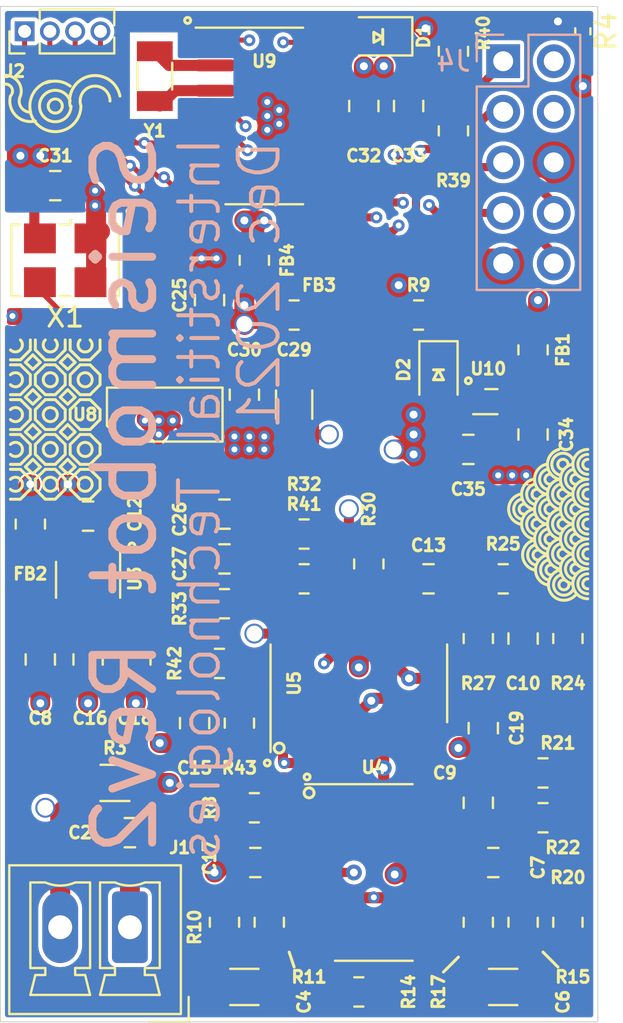
<source format=kicad_pcb>
(kicad_pcb (version 20171130) (host pcbnew "(5.1.8)-1")
  (layers (0 F.Cu signal) (1 In1.Cu signal) (2 In2.Cu signal) (31 B.Cu signal) (34 B.Paste user hide) (35 F.Paste user hide) (36 B.SilkS user hide) (37 F.SilkS user) (38 B.Mask user hide) (39 F.Mask user) (44 Edge.Cuts user))
  (net 0 "")
  (net 1 GND)
  (net 2 1.5v)
  (net 3 "Net-(C8-Pad2)")
  (net 4 "Net-(C12-Pad2)")
  (net 5 +3V3)
  (net 6 "Net-(D1-Pad2)")
  (net 7 "Net-(D1-Pad1)")
  (net 8 TxD)
  (net 9 RxD)
  (net 10 RefP)
  (net 11 +5V)
  (net 12 SWCLK)
  (net 13 CS)
  (net 14 MOSI)
  (net 15 MISO)
  (net 16 "Net-(U8-Pad3)")
  (net 17 SCK)
  (net 18 "Net-(U8-Pad2)")
  (net 19 "Net-(U8-Pad15)")
  (net 20 "Net-(U8-Pad1)")
  (net 21 "Net-(U8-Pad16)")
  (net 22 SWDIO)
  (net 23 ~RST)
  (net 24 OUTb+)
  (net 25 OUTb-)
  (net 26 "Net-(U9-Pad3)")
  (net 27 "Net-(U9-Pad2)")
  (net 28 G+)
  (net 29 G-)
  (net 30 VDD)
  (net 31 "Net-(U10-Pad5)")
  (net 32 "Net-(D2-Pad1)")
  (net 33 "Net-(C26-Pad2)")
  (net 34 "Net-(C26-Pad1)")
  (net 35 "Net-(FB1-Pad2)")
  (net 36 "Net-(C4-Pad2)")
  (net 37 "Net-(C4-Pad1)")
  (net 38 "Net-(C6-Pad2)")
  (net 39 "Net-(C6-Pad1)")
  (net 40 "Net-(C7-Pad2)")
  (net 41 "Net-(C9-Pad2)")
  (net 42 "Net-(C9-Pad1)")
  (net 43 "Net-(C10-Pad2)")
  (net 44 "Net-(C13-Pad1)")
  (net 45 "Net-(R10-Pad1)")
  (net 46 "Net-(R14-Pad2)")
  (net 47 "Net-(R30-Pad1)")
  (net 48 "Net-(C15-Pad2)")
  (net 49 "Net-(R8-Pad1)")
  (net 50 shield)
  (net 51 "Net-(J4-Pad4)")
  (net 52 "Net-(C25-Pad2)")
  (module Resistor_SMD:R_0805_2012Metric (layer F.Cu) (at 101.5 125 90)
    (fp_text reference FB2 (at -2.5 0 180) (layer F.SilkS) (effects (font (size 0.6 0.6))))
    (fp_text value Ferrite_Bead_Small)
    (pad 2 smd roundrect (at 0.9125 0 90) (size 1.025 1.4) (layers F.Cu F.Paste F.Mask) (roundrect_rratio 0.243902) (net 5 +3V3))
    (pad 1 smd roundrect (at -0.9125 0 90) (size 1.025 1.4) (layers F.Cu F.Paste F.Mask) (roundrect_rratio 0.243902) (net 3 "Net-(C8-Pad2)"))
  )
  (module Oscillator:Oscillator_SMD_SeikoEpson_SG8002LB-4Pin_5.0x3.2mm (layer F.Cu) (at 103.25 111.75 180)
    (fp_text reference X1 (at 0 -2.85) (layer F.SilkS))
    (fp_text value SG-5032CAN)
    (pad 4 smd rect (at -1.27 -1.1 180) (size 1.6 1.5) (layers F.Cu F.Paste F.Mask) (net 5 +3V3))
    (pad 3 smd rect (at 1.27 -1.1 180) (size 1.6 1.5) (layers F.Cu F.Paste F.Mask) (net 19 "Net-(U8-Pad15)"))
    (pad 2 smd rect (at 1.27 1.1 180) (size 1.6 1.5) (layers F.Cu F.Paste F.Mask) (net 1 GND))
    (pad 1 smd rect (at -1.27 1.1 180) (size 1.6 1.5) (layers F.Cu F.Paste F.Mask) (net 5 +3V3))
  )
  (module Resistor_SMD:R_0402_1005Metric (layer F.Cu) (at 129.25 100.25 270)
    (fp_text reference R4 (at 0 -1.17 90) (layer F.SilkS))
    (fp_text value 0)
    (pad 2 smd roundrect (at 0.51 0 270) (size 0.54 0.64) (layers F.Cu F.Paste F.Mask) (net 1 GND))
    (pad 1 smd roundrect (at -0.51 0 270) (size 0.54 0.64) (layers F.Cu F.Paste F.Mask) (net 50 shield))
  )
  (module Resistor_SMD:R_0805_2012Metric (layer F.Cu) (at 112.75 111.75 270)
    (fp_text reference FB4 (at 0 -1.65 90) (layer F.SilkS) (effects (font (size 0.6 0.6))))
    (fp_text value 0)
    (pad 2 smd roundrect (at 0.9125 0 270) (size 1.025 1.4) (layers F.Cu F.Paste F.Mask) (roundrect_rratio 0.2439004878048781) (net 5 +3V3))
    (pad 1 smd roundrect (at -0.9125 0 270) (size 1.025 1.4) (layers F.Cu F.Paste F.Mask) (roundrect_rratio 0.2439004878048781) (net 30 VDD))
  )
  (module Resistor_SMD:R_0805_2012Metric (layer F.Cu) (at 114.75 114.5 180)
    (fp_text reference FB3 (at -1.25 1.5 180) (layer F.SilkS) (effects (font (size 0.6 0.6))))
    (fp_text value 0)
    (pad 2 smd roundrect (at 0.9125 0 180) (size 1.025 1.4) (layers F.Cu F.Paste F.Mask) (roundrect_rratio 0.2439004878048781) (net 5 +3V3))
    (pad 1 smd roundrect (at -0.9125 0 180) (size 1.025 1.4) (layers F.Cu F.Paste F.Mask) (roundrect_rratio 0.2439004878048781) (net 5 +3V3))
  )
  (module Capacitor_SMD:C_1206_3216Metric (layer F.Cu) (at 125.25 148.25 180)
    (fp_text reference C6 (at -3 -0.75 90) (layer F.SilkS) (effects (font (size 0.6 0.6))))
    (fp_text value 10u)
    (pad 2 smd roundrect (at 1.475 0 180) (size 1.15 1.8) (layers F.Cu F.Paste F.Mask) (roundrect_rratio 0.2173904347826087) (net 38 "Net-(C6-Pad2)"))
    (pad 1 smd roundrect (at -1.475 0 180) (size 1.15 1.8) (layers F.Cu F.Paste F.Mask) (roundrect_rratio 0.2173904347826087) (net 39 "Net-(C6-Pad1)"))
  )
  (module Package_SO:SOIC-14_3.9x8.7mm_P1.27mm (layer F.Cu) (at 118 133 90)
    (fp_text reference U5 (at 0 -3.25 90) (layer F.SilkS) (effects (font (size 0.6 0.6))))
    (fp_text value OPA4197xPW)
    (pad 14 smd roundrect (at 2.475 -3.81 90) (size 1.95 0.6) (layers F.Cu F.Paste F.Mask) (net 25 OUTb-))
    (pad 13 smd roundrect (at 2.475 -2.54 90) (size 1.95 0.6) (layers F.Cu F.Paste F.Mask) (net 47 "Net-(R30-Pad1)"))
    (pad 12 smd roundrect (at 2.475 -1.27 90) (size 1.95 0.6) (layers F.Cu F.Paste F.Mask) (net 2 1.5v))
    (pad 11 smd roundrect (at 2.475 0 90) (size 1.95 0.6) (layers F.Cu F.Paste F.Mask) (net 1 GND))
    (pad 10 smd roundrect (at 2.475 1.27 90) (size 1.95 0.6) (layers F.Cu F.Paste F.Mask) (net 2 1.5v))
    (pad 9 smd roundrect (at 2.475 2.54 90) (size 1.95 0.6) (layers F.Cu F.Paste F.Mask) (net 44 "Net-(C13-Pad1)"))
    (pad 8 smd roundrect (at 2.475 3.81 90) (size 1.95 0.6) (layers F.Cu F.Paste F.Mask) (net 24 OUTb+))
    (pad 7 smd roundrect (at -2.475 3.81 90) (size 1.95 0.6) (layers F.Cu F.Paste F.Mask))
    (pad 6 smd roundrect (at -2.475 2.54 90) (size 1.95 0.6) (layers F.Cu F.Paste F.Mask))
    (pad 5 smd roundrect (at -2.475 1.27 90) (size 1.95 0.6) (layers F.Cu F.Paste F.Mask))
    (pad 4 smd roundrect (at -2.475 0 90) (size 1.95 0.6) (layers F.Cu F.Paste F.Mask) (net 5 +3V3))
    (pad 3 smd roundrect (at -2.475 -1.27 90) (size 1.95 0.6) (layers F.Cu F.Paste F.Mask) (net 48 "Net-(C15-Pad2)"))
    (pad 2 smd roundrect (at -2.475 -2.54 90) (size 1.95 0.6) (layers F.Cu F.Paste F.Mask) (net 2 1.5v))
    (pad 1 smd roundrect (at -2.475 -3.81 90) (size 1.95 0.6) (layers F.Cu F.Paste F.Mask) (net 2 1.5v))
  )
  (module Package_SO:SOIC-14_3.9x8.7mm_P1.27mm (layer F.Cu) (at 118.75 142.5)
    (fp_text reference U4 (at 0 -5.28) (layer F.SilkS) (effects (font (size 0.6 0.6))))
    (fp_text value OPA4197xPW)
    (pad 14 smd roundrect (at 2.475 -3.81) (size 1.95 0.6) (layers F.Cu F.Paste F.Mask) (net 41 "Net-(C9-Pad2)"))
    (pad 13 smd roundrect (at 2.475 -2.54) (size 1.95 0.6) (layers F.Cu F.Paste F.Mask) (net 42 "Net-(C9-Pad1)"))
    (pad 12 smd roundrect (at 2.475 -1.27) (size 1.95 0.6) (layers F.Cu F.Paste F.Mask) (net 2 1.5v))
    (pad 11 smd roundrect (at 2.475 0) (size 1.95 0.6) (layers F.Cu F.Paste F.Mask) (net 1 GND))
    (pad 10 smd roundrect (at 2.475 1.27) (size 1.95 0.6) (layers F.Cu F.Paste F.Mask) (net 2 1.5v))
    (pad 9 smd roundrect (at 2.475 2.54) (size 1.95 0.6) (layers F.Cu F.Paste F.Mask) (net 46 "Net-(R14-Pad2)"))
    (pad 8 smd roundrect (at 2.475 3.81) (size 1.95 0.6) (layers F.Cu F.Paste F.Mask) (net 38 "Net-(C6-Pad2)"))
    (pad 7 smd roundrect (at -2.475 3.81) (size 1.95 0.6) (layers F.Cu F.Paste F.Mask) (net 36 "Net-(C4-Pad2)"))
    (pad 6 smd roundrect (at -2.475 2.54) (size 1.95 0.6) (layers F.Cu F.Paste F.Mask) (net 45 "Net-(R10-Pad1)"))
    (pad 5 smd roundrect (at -2.475 1.27) (size 1.95 0.6) (layers F.Cu F.Paste F.Mask) (net 2 1.5v))
    (pad 4 smd roundrect (at -2.475 0) (size 1.95 0.6) (layers F.Cu F.Paste F.Mask) (net 5 +3V3))
    (pad 3 smd roundrect (at -2.475 -1.27) (size 1.95 0.6) (layers F.Cu F.Paste F.Mask) (net 29 G-))
    (pad 2 smd roundrect (at -2.475 -2.54) (size 1.95 0.6) (layers F.Cu F.Paste F.Mask) (net 49 "Net-(R8-Pad1)"))
    (pad 1 smd roundrect (at -2.475 -3.81) (size 1.95 0.6) (layers F.Cu F.Paste F.Mask) (net 49 "Net-(R8-Pad1)"))
  )
  (module Capacitor_SMD:C_0805_2012Metric (layer F.Cu) (at 124.25 135.25 270)
    (fp_text reference C19 (at 0 -1.68 90) (layer F.SilkS) (effects (font (size 0.6 0.6))))
    (fp_text value 1u)
    (pad 2 smd roundrect (at 0.95 0 270) (size 1 1.45) (layers F.Cu F.Paste F.Mask) (net 1 GND))
    (pad 1 smd roundrect (at -0.95 0 270) (size 1 1.45) (layers F.Cu F.Paste F.Mask) (net 5 +3V3))
  )
  (module Capacitor_SMD:C_0805_2012Metric (layer F.Cu) (at 112.8 142 180)
    (fp_text reference C17 (at 2.3 0.25 90) (layer F.SilkS) (effects (font (size 0.6 0.6))))
    (fp_text value 1u)
    (pad 2 smd roundrect (at 0.95 0 180) (size 1 1.45) (layers F.Cu F.Paste F.Mask) (net 1 GND))
    (pad 1 smd roundrect (at -0.95 0 180) (size 1 1.45) (layers F.Cu F.Paste F.Mask) (net 5 +3V3))
  )
  (module Resistor_SMD:R_0805_2012Metric (layer F.Cu) (at 112 135 90)
    (fp_text reference R43 (at -2.25 0 180) (layer F.SilkS) (effects (font (size 0.6 0.6))))
    (fp_text value 1k)
    (pad 2 smd roundrect (at 0.9125 0 90) (size 1.025 1.4) (layers F.Cu F.Paste F.Mask) (roundrect_rratio 0.2439004878048781) (net 48 "Net-(C15-Pad2)"))
    (pad 1 smd roundrect (at -0.9125 0 90) (size 1.025 1.4) (layers F.Cu F.Paste F.Mask) (roundrect_rratio 0.2439004878048781) (net 1 GND))
  )
  (module Resistor_SMD:R_0805_2012Metric (layer F.Cu) (at 111 132 180)
    (fp_text reference R42 (at 2.25 0 90) (layer F.SilkS) (effects (font (size 0.6 0.6))))
    (fp_text value 1k)
    (pad 2 smd roundrect (at 0.9125 0 180) (size 1.025 1.4) (layers F.Cu F.Paste F.Mask) (roundrect_rratio 0.2439004878048781) (net 10 RefP))
    (pad 1 smd roundrect (at -0.9125 0 180) (size 1.025 1.4) (layers F.Cu F.Paste F.Mask) (roundrect_rratio 0.2439004878048781) (net 48 "Net-(C15-Pad2)"))
  )
  (module Capacitor_SMD:C_0805_2012Metric (layer F.Cu) (at 109.75 135 90)
    (fp_text reference C15 (at -2.25 0 180) (layer F.SilkS) (effects (font (size 0.6 0.6))))
    (fp_text value 0.1u)
    (pad 2 smd roundrect (at 0.95 0 90) (size 1 1.45) (layers F.Cu F.Paste F.Mask) (net 48 "Net-(C15-Pad2)"))
    (pad 1 smd roundrect (at -0.95 0 90) (size 1 1.45) (layers F.Cu F.Paste F.Mask) (net 1 GND))
  )
  (module Resistor_SMD:R_0805_2012Metric (layer F.Cu) (at 115.25 127.75)
    (fp_text reference R41 (at 0 -3.75) (layer F.SilkS) (effects (font (size 0.6 0.6))))
    (fp_text value 5k)
    (pad 2 smd roundrect (at 0.9125 0) (size 1.025 1.4) (layers F.Cu F.Paste F.Mask) (roundrect_rratio 0.2439004878048781) (net 47 "Net-(R30-Pad1)"))
    (pad 1 smd roundrect (at -0.9125 0) (size 1.025 1.4) (layers F.Cu F.Paste F.Mask) (roundrect_rratio 0.2439004878048781) (net 25 OUTb-))
  )
  (module Resistor_SMD:R_0805_2012Metric (layer F.Cu) (at 118.5 127 90)
    (fp_text reference R30 (at 2.75 0 90) (layer F.SilkS) (effects (font (size 0.6 0.6))))
    (fp_text value 5k)
    (pad 2 smd roundrect (at 0.9125 0 90) (size 1.025 1.4) (layers F.Cu F.Paste F.Mask) (roundrect_rratio 0.2439004878048781) (net 24 OUTb+))
    (pad 1 smd roundrect (at -0.9125 0 90) (size 1.025 1.4) (layers F.Cu F.Paste F.Mask) (roundrect_rratio 0.2439004878048781) (net 47 "Net-(R30-Pad1)"))
  )
  (module Resistor_SMD:R_0805_2012Metric (layer F.Cu) (at 124 130.75 90)
    (fp_text reference R27 (at -2.25 0 180) (layer F.SilkS) (effects (font (size 0.6 0.6))))
    (fp_text value 10k)
    (pad 2 smd roundrect (at 0.9125 0 90) (size 1.025 1.4) (layers F.Cu F.Paste F.Mask) (roundrect_rratio 0.2439004878048781) (net 43 "Net-(C10-Pad2)"))
    (pad 1 smd roundrect (at -0.9125 0 90) (size 1.025 1.4) (layers F.Cu F.Paste F.Mask) (roundrect_rratio 0.2439004878048781) (net 44 "Net-(C13-Pad1)"))
  )
  (module Resistor_SMD:R_0805_2012Metric (layer F.Cu) (at 125.25 127.75 180)
    (fp_text reference R25 (at 0 1.75) (layer F.SilkS) (effects (font (size 0.6 0.6))))
    (fp_text value 3.9k)
    (pad 2 smd roundrect (at 0.9125 0 180) (size 1.025 1.4) (layers F.Cu F.Paste F.Mask) (roundrect_rratio 0.2439004878048781) (net 24 OUTb+))
    (pad 1 smd roundrect (at -0.9125 0 180) (size 1.025 1.4) (layers F.Cu F.Paste F.Mask) (roundrect_rratio 0.2439004878048781) (net 43 "Net-(C10-Pad2)"))
  )
  (module Resistor_SMD:R_0805_2012Metric (layer F.Cu) (at 128.5 130.75 270)
    (fp_text reference R24 (at 2.25 0 180) (layer F.SilkS) (effects (font (size 0.6 0.6))))
    (fp_text value 3.9k)
    (pad 2 smd roundrect (at 0.9125 0 270) (size 1.025 1.4) (layers F.Cu F.Paste F.Mask) (roundrect_rratio 0.2439004878048781) (net 41 "Net-(C9-Pad2)"))
    (pad 1 smd roundrect (at -0.9125 0 270) (size 1.025 1.4) (layers F.Cu F.Paste F.Mask) (roundrect_rratio 0.2439004878048781) (net 43 "Net-(C10-Pad2)"))
  )
  (module Resistor_SMD:R_0805_2012Metric (layer F.Cu) (at 127.25 139.75)
    (fp_text reference R22 (at 1 1.5) (layer F.SilkS) (effects (font (size 0.6 0.6))))
    (fp_text value 10k)
    (pad 2 smd roundrect (at 0.9125 0) (size 1.025 1.4) (layers F.Cu F.Paste F.Mask) (roundrect_rratio 0.2439004878048781) (net 40 "Net-(C7-Pad2)"))
    (pad 1 smd roundrect (at -0.9125 0) (size 1.025 1.4) (layers F.Cu F.Paste F.Mask) (roundrect_rratio 0.2439004878048781) (net 42 "Net-(C9-Pad1)"))
  )
  (module Resistor_SMD:R_0805_2012Metric (layer F.Cu) (at 127.25 137.5 180)
    (fp_text reference R21 (at -0.75 1.5) (layer F.SilkS) (effects (font (size 0.6 0.6))))
    (fp_text value 3.9k)
    (pad 2 smd roundrect (at 0.9125 0 180) (size 1.025 1.4) (layers F.Cu F.Paste F.Mask) (roundrect_rratio 0.2439004878048781) (net 41 "Net-(C9-Pad2)"))
    (pad 1 smd roundrect (at -0.9125 0 180) (size 1.025 1.4) (layers F.Cu F.Paste F.Mask) (roundrect_rratio 0.2439004878048781) (net 40 "Net-(C7-Pad2)"))
  )
  (module Resistor_SMD:R_0805_2012Metric (layer F.Cu) (at 128.5 145 270)
    (fp_text reference R20 (at -2.25 0 180) (layer F.SilkS) (effects (font (size 0.6 0.6))))
    (fp_text value 3.9k)
    (pad 2 smd roundrect (at 0.9125 0 270) (size 1.025 1.4) (layers F.Cu F.Paste F.Mask) (roundrect_rratio 0.2439004878048781) (net 38 "Net-(C6-Pad2)"))
    (pad 1 smd roundrect (at -0.9125 0 270) (size 1.025 1.4) (layers F.Cu F.Paste F.Mask) (roundrect_rratio 0.2439004878048781) (net 40 "Net-(C7-Pad2)"))
  )
  (module Resistor_SMD:R_0805_2012Metric (layer F.Cu) (at 124 145 90)
    (fp_text reference R17 (at -3.5 -2 270) (layer F.SilkS) (effects (font (size 0.6 0.6))))
    (fp_text value 100k)
    (pad 2 smd roundrect (at 0.9125 0 90) (size 1.025 1.4) (layers F.Cu F.Paste F.Mask) (roundrect_rratio 0.2439004878048781) (net 46 "Net-(R14-Pad2)"))
    (pad 1 smd roundrect (at -0.9125 0 90) (size 1.025 1.4) (layers F.Cu F.Paste F.Mask) (roundrect_rratio 0.2439004878048781) (net 38 "Net-(C6-Pad2)"))
  )
  (module Resistor_SMD:R_0805_2012Metric (layer F.Cu) (at 126.25 145 270)
    (fp_text reference R15 (at 2.75 -2.5 180) (layer F.SilkS) (effects (font (size 0.6 0.6))))
    (fp_text value 3k)
    (pad 2 smd roundrect (at 0.9125 0 270) (size 1.025 1.4) (layers F.Cu F.Paste F.Mask) (roundrect_rratio 0.2439004878048781) (net 39 "Net-(C6-Pad1)"))
    (pad 1 smd roundrect (at -0.9125 0 270) (size 1.025 1.4) (layers F.Cu F.Paste F.Mask) (roundrect_rratio 0.2439004878048781) (net 46 "Net-(R14-Pad2)"))
  )
  (module Resistor_SMD:R_0805_2012Metric (layer F.Cu) (at 118 148.5)
    (fp_text reference R14 (at 2.5 0 270) (layer F.SilkS) (effects (font (size 0.6 0.6))))
    (fp_text value 3k)
    (pad 2 smd roundrect (at 0.9125 0) (size 1.025 1.4) (layers F.Cu F.Paste F.Mask) (roundrect_rratio 0.2439004878048781) (net 46 "Net-(R14-Pad2)"))
    (pad 1 smd roundrect (at -0.9125 0) (size 1.025 1.4) (layers F.Cu F.Paste F.Mask) (roundrect_rratio 0.2439004878048781) (net 36 "Net-(C4-Pad2)"))
  )
  (module Resistor_SMD:R_0805_2012Metric (layer F.Cu) (at 113.5 145 90)
    (fp_text reference R11 (at -2.75 2 180) (layer F.SilkS) (effects (font (size 0.6 0.6))))
    (fp_text value 100k)
    (pad 2 smd roundrect (at 0.9125 0 90) (size 1.025 1.4) (layers F.Cu F.Paste F.Mask) (roundrect_rratio 0.2439004878048781) (net 45 "Net-(R10-Pad1)"))
    (pad 1 smd roundrect (at -0.9125 0 90) (size 1.025 1.4) (layers F.Cu F.Paste F.Mask) (roundrect_rratio 0.2439004878048781) (net 36 "Net-(C4-Pad2)"))
  )
  (module Resistor_SMD:R_0805_2012Metric (layer F.Cu) (at 111.25 145 270)
    (fp_text reference R10 (at 0.25 1.5 270) (layer F.SilkS) (effects (font (size 0.6 0.6))))
    (fp_text value 3k)
    (pad 2 smd roundrect (at 0.9125 0 270) (size 1.025 1.4) (layers F.Cu F.Paste F.Mask) (roundrect_rratio 0.2439004878048781) (net 37 "Net-(C4-Pad1)"))
    (pad 1 smd roundrect (at -0.9125 0 270) (size 1.025 1.4) (layers F.Cu F.Paste F.Mask) (roundrect_rratio 0.2439004878048781) (net 45 "Net-(R10-Pad1)"))
  )
  (module Resistor_SMD:R_0805_2012Metric (layer F.Cu) (at 112.75 139.25 180)
    (fp_text reference R8 (at 2.25 0 90) (layer F.SilkS) (effects (font (size 0.6 0.6))))
    (fp_text value 3k)
    (pad 2 smd roundrect (at 0.9125 0 180) (size 1.025 1.4) (layers F.Cu F.Paste F.Mask) (roundrect_rratio 0.2439004878048781) (net 45 "Net-(R10-Pad1)"))
    (pad 1 smd roundrect (at -0.9125 0 180) (size 1.025 1.4) (layers F.Cu F.Paste F.Mask) (roundrect_rratio 0.2439004878048781) (net 49 "Net-(R8-Pad1)"))
  )
  (module Capacitor_SMD:C_0805_2012Metric (layer F.Cu) (at 121.5 127.75)
    (fp_text reference C13 (at 0 -1.68) (layer F.SilkS) (effects (font (size 0.6 0.6))))
    (fp_text value .22u)
    (pad 2 smd roundrect (at 0.95 0) (size 1 1.45) (layers F.Cu F.Paste F.Mask) (net 24 OUTb+))
    (pad 1 smd roundrect (at -0.95 0) (size 1 1.45) (layers F.Cu F.Paste F.Mask) (net 44 "Net-(C13-Pad1)"))
  )
  (module Capacitor_SMD:C_0805_2012Metric (layer F.Cu) (at 126.25 130.75 90)
    (fp_text reference C10 (at -2.25 0 180) (layer F.SilkS) (effects (font (size 0.6 0.6))))
    (fp_text value 3.3u)
    (pad 2 smd roundrect (at 0.95 0 90) (size 1 1.45) (layers F.Cu F.Paste F.Mask) (net 43 "Net-(C10-Pad2)"))
    (pad 1 smd roundrect (at -0.95 0 90) (size 1 1.45) (layers F.Cu F.Paste F.Mask) (net 2 1.5v))
  )
  (module Capacitor_SMD:C_0805_2012Metric (layer F.Cu) (at 124 139 90)
    (fp_text reference C9 (at 1.5 -1.68 180) (layer F.SilkS) (effects (font (size 0.6 0.6))))
    (fp_text value .22u)
    (pad 2 smd roundrect (at 0.95 0 90) (size 1 1.45) (layers F.Cu F.Paste F.Mask) (net 41 "Net-(C9-Pad2)"))
    (pad 1 smd roundrect (at -0.95 0 90) (size 1 1.45) (layers F.Cu F.Paste F.Mask) (net 42 "Net-(C9-Pad1)"))
  )
  (module Capacitor_SMD:C_0805_2012Metric (layer F.Cu) (at 124.75 142)
    (fp_text reference C7 (at 2.25 0.25 90) (layer F.SilkS) (effects (font (size 0.6 0.6))))
    (fp_text value 3.3u)
    (pad 2 smd roundrect (at 0.95 0) (size 1 1.45) (layers F.Cu F.Paste F.Mask) (net 40 "Net-(C7-Pad2)"))
    (pad 1 smd roundrect (at -0.95 0) (size 1 1.45) (layers F.Cu F.Paste F.Mask) (net 2 1.5v))
  )
  (module Capacitor_SMD:C_1206_3216Metric (layer F.Cu) (at 112.25 148.25)
    (fp_text reference C4 (at 3 0.75 90) (layer F.SilkS) (effects (font (size 0.6 0.6))))
    (fp_text value 10u)
    (pad 2 smd roundrect (at 1.475 0) (size 1.15 1.8) (layers F.Cu F.Paste F.Mask) (roundrect_rratio 0.2173904347826087) (net 36 "Net-(C4-Pad2)"))
    (pad 1 smd roundrect (at -1.475 0) (size 1.15 1.8) (layers F.Cu F.Paste F.Mask) (roundrect_rratio 0.2173904347826087) (net 37 "Net-(C4-Pad1)"))
  )
  (module Connector_PinHeader_1.27mm:PinHeader_1x04_P1.27mm_Vertical (layer F.Cu) (at 101.21 100.25 90)
    (fp_text reference J2 (at -2 -0.5 180) (layer F.SilkS) (effects (font (size 0.6 0.6))))
    (fp_text value Conn_01x04_Male)
    (pad 4 thru_hole oval (at 0 3.81 90) (size 1 1) (drill 0.65) (layers *.Cu *.Mask) (net 13 CS))
    (pad 3 thru_hole oval (at 0 2.54 90) (size 1 1) (drill 0.65) (layers *.Cu *.Mask) (net 14 MOSI))
    (pad 2 thru_hole oval (at 0 1.27 90) (size 1 1) (drill 0.65) (layers *.Cu *.Mask) (net 15 MISO))
    (pad 1 thru_hole rect (at 0 0 90) (size 1 1) (drill 0.65) (layers *.Cu *.Mask) (net 17 SCK))
  )
  (module Resistor_SMD:R_0805_2012Metric (layer F.Cu) (at 126.75 116.25 90)
    (fp_text reference FB1 (at 0 1.5 90) (layer F.SilkS) (effects (font (size 0.6 0.6))))
    (fp_text value Ferrite_Bead_Small)
    (pad 2 smd roundrect (at 0.9125 0 90) (size 1.025 1.4) (layers F.Cu F.Paste F.Mask) (roundrect_rratio 0.2439004878048781) (net 35 "Net-(FB1-Pad2)"))
    (pad 1 smd roundrect (at -0.9125 0 90) (size 1.025 1.4) (layers F.Cu F.Paste F.Mask) (roundrect_rratio 0.2439004878048781) (net 11 +5V))
  )
  (module Resistor_SMD:R_0805_2012Metric (layer F.Cu) (at 121 114.5)
    (fp_text reference R9 (at 0 -1.5) (layer F.SilkS) (effects (font (size 0.6 0.6))))
    (fp_text value 100)
    (pad 2 smd roundrect (at 0.9125 0) (size 1.025 1.4) (layers F.Cu F.Paste F.Mask) (roundrect_rratio 0.2439004878048781) (net 32 "Net-(D2-Pad1)"))
    (pad 1 smd roundrect (at -0.9125 0) (size 1.025 1.4) (layers F.Cu F.Paste F.Mask) (roundrect_rratio 0.2439004878048781) (net 1 GND))
  )
  (module Resistor_SMD:R_0805_2012Metric (layer F.Cu) (at 115.25 125.5)
    (fp_text reference R32 (at 0 -2.5) (layer F.SilkS) (effects (font (size 0.6 0.6))))
    (fp_text value 100)
    (pad 2 smd roundrect (at 0.9125 0) (size 1.025 1.4) (layers F.Cu F.Paste F.Mask) (roundrect_rratio 0.2439004878048781) (net 24 OUTb+))
    (pad 1 smd roundrect (at -0.9125 0) (size 1.025 1.4) (layers F.Cu F.Paste F.Mask) (roundrect_rratio 0.2439004878048781) (net 34 "Net-(C26-Pad1)"))
  )
  (module Resistor_SMD:R_0805_2012Metric (layer F.Cu) (at 111.25 129)
    (fp_text reference R33 (at -2.25 0.25 90) (layer F.SilkS) (effects (font (size 0.6 0.6))))
    (fp_text value 100)
    (pad 2 smd roundrect (at 0.9125 0) (size 1.025 1.4) (layers F.Cu F.Paste F.Mask) (roundrect_rratio 0.2439004878048781) (net 25 OUTb-))
    (pad 1 smd roundrect (at -0.9125 0) (size 1.025 1.4) (layers F.Cu F.Paste F.Mask) (roundrect_rratio 0.2439004878048781) (net 33 "Net-(C26-Pad2)"))
  )
  (module Resistor_SMD:R_0805_2012Metric (layer F.Cu) (at 122.75 105.25 270)
    (fp_text reference R39 (at 2.5 0 180) (layer F.SilkS) (effects (font (size 0.6 0.6))))
    (fp_text value 1k)
    (pad 2 smd roundrect (at 0.9125 0 270) (size 1.025 1.4) (layers F.Cu F.Paste F.Mask) (roundrect_rratio 0.2439004878048781) (net 12 SWCLK))
    (pad 1 smd roundrect (at -0.9125 0 270) (size 1.025 1.4) (layers F.Cu F.Paste F.Mask) (roundrect_rratio 0.2439004878048781) (net 30 VDD))
  )
  (module Resistor_SMD:R_0805_2012Metric (layer F.Cu) (at 122.75 101.25 270)
    (fp_text reference R40 (at -0.9125 -1.5 90) (layer F.SilkS) (effects (font (size 0.6 0.6))))
    (fp_text value 100)
    (pad 2 smd roundrect (at 0.9125 0 270) (size 1.025 1.4) (layers F.Cu F.Paste F.Mask) (roundrect_rratio 0.2439004878048781) (net 7 "Net-(D1-Pad1)"))
    (pad 1 smd roundrect (at -0.9125 0 270) (size 1.025 1.4) (layers F.Cu F.Paste F.Mask) (roundrect_rratio 0.2439004878048781) (net 1 GND))
  )
  (module Connector_PinSocket_2.54mm:PinSocket_2x05_P2.54mm_Vertical (layer B.Cu) (at 125.25 101.75 180)
    (fp_text reference J4 (at 2.5 0) (layer B.SilkS) (effects (justify mirror)))
    (fp_text value Conn_02x05_Odd_Even)
    (pad 10 thru_hole oval (at -2.54 -10.16 180) (size 1.7 1.7) (drill 1) (layers *.Cu *.Mask) (net 8 TxD))
    (pad 9 thru_hole oval (at 0 -10.16 180) (size 1.7 1.7) (drill 1) (layers *.Cu *.Mask) (net 1 GND))
    (pad 8 thru_hole oval (at -2.54 -7.62 180) (size 1.7 1.7) (drill 1) (layers *.Cu *.Mask) (net 9 RxD))
    (pad 7 thru_hole oval (at 0 -7.62 180) (size 1.7 1.7) (drill 1) (layers *.Cu *.Mask) (net 22 SWDIO))
    (pad 6 thru_hole oval (at -2.54 -5.08 180) (size 1.7 1.7) (drill 1) (layers *.Cu *.Mask) (net 1 GND))
    (pad 5 thru_hole oval (at 0 -5.08 180) (size 1.7 1.7) (drill 1) (layers *.Cu *.Mask) (net 23 ~RST))
    (pad 4 thru_hole oval (at -2.54 -2.54 180) (size 1.7 1.7) (drill 1) (layers *.Cu *.Mask) (net 51 "Net-(J4-Pad4)"))
    (pad 3 thru_hole oval (at 0 -2.54 180) (size 1.7 1.7) (drill 1) (layers *.Cu *.Mask) (net 12 SWCLK))
    (pad 2 thru_hole oval (at -2.54 0 180) (size 1.7 1.7) (drill 1) (layers *.Cu *.Mask) (net 35 "Net-(FB1-Pad2)"))
    (pad 1 thru_hole rect (at 0 0 180) (size 1.7 1.7) (drill 1) (layers *.Cu *.Mask) (net 30 VDD))
  )
  (module LED_SMD:LED_0805_2012Metric (layer F.Cu) (at 122 117.5 270)
    (fp_text reference D2 (at -0.25 1.75 90) (layer F.SilkS) (effects (font (size 0.6 0.6))))
    (fp_text value LED)
    (pad 2 smd roundrect (at 0.9375 0 270) (size 0.975 1.4) (layers F.Cu F.Paste F.Mask) (net 5 +3V3))
    (pad 1 smd roundrect (at -0.9375 0 270) (size 0.975 1.4) (layers F.Cu F.Paste F.Mask) (net 32 "Net-(D2-Pad1)"))
  )
  (module Connector_Phoenix_MC:PhoenixContact_MCV_1,5_2-G-3.5_1x02_P3.50mm_Vertical (layer F.Cu) (at 106.5 145.25 180)
    (fp_text reference J1 (at -2.5 4) (layer F.SilkS) (effects (font (size 0.6 0.6))))
    (fp_text value Screw_Terminal_01x02)
    (pad 2 thru_hole oval (at 3.5 0 180) (size 1.8 3.6) (drill 1.2) (layers *.Cu *.Mask) (net 28 G+))
    (pad 1 thru_hole roundrect (at 0 0 180) (size 1.8 3.6) (drill 1.2) (layers *.Cu *.Mask) (roundrect_rratio 0.1388888888888889) (net 29 G-))
  )
  (module Capacitor_SMD:C_0805_2012Metric (layer F.Cu) (at 123.5 121.25)
    (fp_text reference C35 (at 0 2) (layer F.SilkS) (effects (font (size 0.6 0.6))))
    (fp_text value 0.47u)
    (pad 2 smd roundrect (at 0.95 0) (size 1 1.45) (layers F.Cu F.Paste F.Mask) (net 1 GND))
    (pad 1 smd roundrect (at -0.95 0) (size 1 1.45) (layers F.Cu F.Paste F.Mask) (net 5 +3V3))
  )
  (module Capacitor_SMD:C_0805_2012Metric (layer F.Cu) (at 126.75 120.5 270)
    (fp_text reference C34 (at 0 -1.68 90) (layer F.SilkS) (effects (font (size 0.6 0.6))))
    (fp_text value 0.47u)
    (pad 2 smd roundrect (at 0.95 0 270) (size 1 1.45) (layers F.Cu F.Paste F.Mask) (net 1 GND))
    (pad 1 smd roundrect (at -0.95 0 270) (size 1 1.45) (layers F.Cu F.Paste F.Mask) (net 11 +5V))
  )
  (module Capacitor_SMD:C_0805_2012Metric (layer F.Cu) (at 120.5 104 270)
    (fp_text reference C33 (at 2.5 0 180) (layer F.SilkS) (effects (font (size 0.6 0.6))))
    (fp_text value 4.7u)
    (pad 2 smd roundrect (at 0.95 0 270) (size 1 1.45) (layers F.Cu F.Paste F.Mask) (net 1 GND))
    (pad 1 smd roundrect (at -0.95 0 270) (size 1 1.45) (layers F.Cu F.Paste F.Mask) (net 30 VDD))
  )
  (module Capacitor_SMD:C_0805_2012Metric (layer F.Cu) (at 118.25 104 90)
    (fp_text reference C32 (at -2.5 0 180) (layer F.SilkS) (effects (font (size 0.6 0.6))))
    (fp_text value 0.1u)
    (pad 2 smd roundrect (at 0.95 0 90) (size 1 1.45) (layers F.Cu F.Paste F.Mask) (net 30 VDD))
    (pad 1 smd roundrect (at -0.95 0 90) (size 1 1.45) (layers F.Cu F.Paste F.Mask) (net 1 GND))
  )
  (module Capacitor_SMD:C_0805_2012Metric (layer F.Cu) (at 102.75 108)
    (fp_text reference C31 (at 0 -1.5) (layer F.SilkS) (effects (font (size 0.6 0.6))))
    (fp_text value 0.1u)
    (pad 2 smd roundrect (at 0.95 0) (size 1 1.45) (layers F.Cu F.Paste F.Mask) (net 5 +3V3))
    (pad 1 smd roundrect (at -0.95 0) (size 1 1.45) (layers F.Cu F.Paste F.Mask) (net 1 GND))
  )
  (module Capacitor_SMD:C_0805_2012Metric (layer F.Cu) (at 112.25 118.5 270)
    (fp_text reference C30 (at -2.25 0 180) (layer F.SilkS) (effects (font (size 0.6 0.6))))
    (fp_text value 0.01u)
    (pad 2 smd roundrect (at 0.95 0 270) (size 1 1.45) (layers F.Cu F.Paste F.Mask) (net 1 GND))
    (pad 1 smd roundrect (at -0.95 0 270) (size 1 1.45) (layers F.Cu F.Paste F.Mask) (net 5 +3V3))
  )
  (module Capacitor_SMD:C_0805_2012Metric (layer F.Cu) (at 111.25 126.75 180)
    (fp_text reference C27 (at 2.25 -0.25 90) (layer F.SilkS) (effects (font (size 0.6 0.6))))
    (fp_text value 1n)
    (pad 2 smd roundrect (at 0.95 0 180) (size 1 1.45) (layers F.Cu F.Paste F.Mask) (net 33 "Net-(C26-Pad2)"))
    (pad 1 smd roundrect (at -0.95 0 180) (size 1 1.45) (layers F.Cu F.Paste F.Mask) (net 34 "Net-(C26-Pad1)"))
  )
  (module Capacitor_SMD:C_0805_2012Metric (layer F.Cu) (at 111.25 124.5 180)
    (fp_text reference C26 (at 2.25 -0.25 90) (layer F.SilkS) (effects (font (size 0.6 0.6))))
    (fp_text value 0.1u)
    (pad 2 smd roundrect (at 0.95 0 180) (size 1 1.45) (layers F.Cu F.Paste F.Mask) (net 33 "Net-(C26-Pad2)"))
    (pad 1 smd roundrect (at -0.95 0 180) (size 1 1.45) (layers F.Cu F.Paste F.Mask) (net 34 "Net-(C26-Pad1)"))
  )
  (module Capacitor_SMD:C_0805_2012Metric (layer F.Cu) (at 110.5 113.75 270)
    (fp_text reference C25 (at -0.25 1.5 90) (layer F.SilkS) (effects (font (size 0.6 0.6))))
    (fp_text value 0.1u)
    (pad 2 smd roundrect (at 0.95 0 270) (size 1 1.45) (layers F.Cu F.Paste F.Mask) (net 52 "Net-(C25-Pad2)"))
    (pad 1 smd roundrect (at -0.95 0 270) (size 1 1.45) (layers F.Cu F.Paste F.Mask) (net 1 GND))
  )
  (module Capacitor_SMD:C_0805_2012Metric (layer F.Cu) (at 106.8 131.8 270)
    (fp_text reference C18 (at 2.95 0.05 180) (layer F.SilkS) (effects (font (size 0.6 0.6))))
    (fp_text value 1u)
    (pad 2 smd roundrect (at 0.95 0 270) (size 1 1.45) (layers F.Cu F.Paste F.Mask) (net 1 GND))
    (pad 1 smd roundrect (at -0.95 0 270) (size 1 1.45) (layers F.Cu F.Paste F.Mask) (net 10 RefP))
  )
  (module Capacitor_SMD:C_0805_2012Metric (layer F.Cu) (at 104.4 131.8 270)
    (fp_text reference C16 (at 2.95 -0.1 180) (layer F.SilkS) (effects (font (size 0.6 0.6))))
    (fp_text value 0.1u)
    (pad 2 smd roundrect (at 0.95 0 270) (size 1 1.45) (layers F.Cu F.Paste F.Mask) (net 1 GND))
    (pad 1 smd roundrect (at -0.95 0 270) (size 1 1.45) (layers F.Cu F.Paste F.Mask) (net 10 RefP))
  )
  (module Capacitor_SMD:C_0805_2012Metric (layer F.Cu) (at 104.4 124.6)
    (fp_text reference C12 (at 2.35 -0.1 90) (layer F.SilkS) (effects (font (size 0.6 0.6))))
    (fp_text value 0.1u)
    (pad 2 smd roundrect (at 0.95 0) (size 1 1.45) (layers F.Cu F.Paste F.Mask) (net 4 "Net-(C12-Pad2)"))
    (pad 1 smd roundrect (at -0.95 0) (size 1 1.45) (layers F.Cu F.Paste F.Mask) (net 1 GND))
  )
  (module Capacitor_SMD:C_0805_2012Metric (layer F.Cu) (at 102 131.8 90)
    (fp_text reference C8 (at -2.95 0 180) (layer F.SilkS) (effects (font (size 0.6 0.6))))
    (fp_text value 0.1u)
    (pad 2 smd roundrect (at 0.95 0 90) (size 1 1.45) (layers F.Cu F.Paste F.Mask) (net 3 "Net-(C8-Pad2)"))
    (pad 1 smd roundrect (at -0.95 0 90) (size 1 1.45) (layers F.Cu F.Paste F.Mask) (net 1 GND))
  )
  (module Capacitor_SMD:C_0805_2012Metric (layer F.Cu) (at 106.5 140.5 180)
    (fp_text reference C2 (at 2.5 0) (layer F.SilkS) (effects (font (size 0.6 0.6))))
    (fp_text value 1n)
    (pad 2 smd roundrect (at 0.95 0 180) (size 1 1.45) (layers F.Cu F.Paste F.Mask) (net 28 G+))
    (pad 1 smd roundrect (at -0.95 0 180) (size 1 1.45) (layers F.Cu F.Paste F.Mask) (net 29 G-))
  )
  (module Crystal:Crystal_SMD_3215-2Pin_3.2x1.5mm (layer F.Cu) (at 107.75 102.5 90)
    (fp_text reference Y1 (at -2.75 0 180) (layer F.SilkS) (effects (font (size 0.6 0.6))))
    (fp_text value Crystal_Small)
    (pad 2 smd rect (at -1.25 0 90) (size 1 1.8) (layers F.Cu F.Paste F.Mask) (net 26 "Net-(U9-Pad3)"))
    (pad 1 smd rect (at 1.25 0 90) (size 1 1.8) (layers F.Cu F.Paste F.Mask) (net 27 "Net-(U9-Pad2)"))
  )
  (module Package_SO:SOIC-14_3.9x8.7mm_P1.27mm (layer F.Cu) (at 113.25 104.5)
    (fp_text reference U9 (at 0 -2.75) (layer F.SilkS) (effects (font (size 0.6 0.6))))
    (fp_text value ATSAMD09C13A-SS)
    (pad 14 smd roundrect (at 2.475 -3.81) (size 1.95 0.6) (layers F.Cu F.Paste F.Mask) (net 15 MISO))
    (pad 13 smd roundrect (at 2.475 -2.54) (size 1.95 0.6) (layers F.Cu F.Paste F.Mask) (net 6 "Net-(D1-Pad2)"))
    (pad 12 smd roundrect (at 2.475 -1.27) (size 1.95 0.6) (layers F.Cu F.Paste F.Mask) (net 30 VDD))
    (pad 11 smd roundrect (at 2.475 0) (size 1.95 0.6) (layers F.Cu F.Paste F.Mask) (net 1 GND))
    (pad 10 smd roundrect (at 2.475 1.27) (size 1.95 0.6) (layers F.Cu F.Paste F.Mask) (net 9 RxD))
    (pad 9 smd roundrect (at 2.475 2.54) (size 1.95 0.6) (layers F.Cu F.Paste F.Mask) (net 8 TxD))
    (pad 8 smd roundrect (at 2.475 3.81) (size 1.95 0.6) (layers F.Cu F.Paste F.Mask) (net 22 SWDIO))
    (pad 7 smd roundrect (at -2.475 3.81) (size 1.95 0.6) (layers F.Cu F.Paste F.Mask) (net 12 SWCLK))
    (pad 6 smd roundrect (at -2.475 2.54) (size 1.95 0.6) (layers F.Cu F.Paste F.Mask) (net 23 ~RST))
    (pad 5 smd roundrect (at -2.475 1.27) (size 1.95 0.6) (layers F.Cu F.Paste F.Mask) (net 17 SCK))
    (pad 4 smd roundrect (at -2.475 0) (size 1.95 0.6) (layers F.Cu F.Paste F.Mask) (net 14 MOSI))
    (pad 3 smd roundrect (at -2.475 -1.27) (size 1.95 0.6) (layers F.Cu F.Paste F.Mask) (net 26 "Net-(U9-Pad3)"))
    (pad 2 smd roundrect (at -2.475 -2.54) (size 1.95 0.6) (layers F.Cu F.Paste F.Mask) (net 27 "Net-(U9-Pad2)"))
    (pad 1 smd roundrect (at -2.475 -3.81) (size 1.95 0.6) (layers F.Cu F.Paste F.Mask) (net 13 CS))
  )
  (module seismobot-hardware:DFN-1010-4 (layer F.Cu) (at 124.35 118.85)
    (fp_text reference U10 (at 0.15 -1.65) (layer F.SilkS) (effects (font (size 0.6 0.6))))
    (fp_text value AP7340)
    (pad 4 smd custom (at 0.54 -0.325) (size 0.22 0.25) (layers F.Cu F.Paste F.Mask) (net 11 +5V) (options (clearance outline) (anchor rect)) (primitives (gr_poly (pts (xy -0.11 -0.125) (xy -0.29 -0.125) (xy -0.29 -0.055) (xy -0.11 0.125)) (width 0))))
    (pad 3 smd custom (at 0.54 0.325) (size 0.22 0.25) (layers F.Cu F.Paste F.Mask) (net 11 +5V) (options (clearance outline) (anchor rect)) (primitives (gr_poly (pts (xy -0.11 0.125) (xy -0.29 0.125) (xy -0.29 0.055) (xy -0.11 -0.125)) (width 0))))
    (pad 1 smd custom (at -0.54 -0.325) (size 0.22 0.25) (layers F.Cu F.Paste F.Mask) (net 5 +3V3) (options (clearance outline) (anchor rect)) (primitives (gr_poly (pts (xy 0.11 -0.125) (xy 0.36 -0.125) (xy 0.11 0.125)) (width 0))))
    (pad 5 smd rect (at 0 0 45) (size 0.48 0.48) (layers F.Cu F.Paste F.Mask) (net 31 "Net-(U10-Pad5)"))
    (pad 2 smd custom (at -0.54 0.325) (size 0.22 0.25) (layers F.Cu F.Paste F.Mask) (net 1 GND) (options (clearance outline) (anchor rect)) (primitives (gr_poly (pts (xy 0.11 0.125) (xy 0.29 0.125) (xy 0.29 0.055) (xy 0.11 -0.125)) (width 0))))
  )
  (module Package_TO_SOT_SMD:SOT-23-6 (layer F.Cu) (at 104.4 127.8 270)
    (fp_text reference U3 (at -0.05 -2.35 270) (layer F.SilkS) (effects (font (size 0.6 0.6))))
    (fp_text value ref-6)
    (pad 5 smd rect (at 1.1 0 270) (size 1.06 0.65) (layers F.Cu F.Paste F.Mask) (net 10 RefP))
    (pad 6 smd rect (at 1.1 -0.95 270) (size 1.06 0.65) (layers F.Cu F.Paste F.Mask) (net 10 RefP))
    (pad 4 smd rect (at 1.1 0.95 270) (size 1.06 0.65) (layers F.Cu F.Paste F.Mask) (net 3 "Net-(C8-Pad2)"))
    (pad 3 smd rect (at -1.1 0.95 270) (size 1.06 0.65) (layers F.Cu F.Paste F.Mask) (net 3 "Net-(C8-Pad2)"))
    (pad 2 smd rect (at -1.1 0 270) (size 1.06 0.65) (layers F.Cu F.Paste F.Mask) (net 1 GND))
    (pad 1 smd rect (at -1.1 -0.95 270) (size 1.06 0.65) (layers F.Cu F.Paste F.Mask) (net 4 "Net-(C12-Pad2)"))
  )
  (module Resistor_SMD:R_1206_3216Metric (layer F.Cu) (at 105.75 138 180)
    (fp_text reference R3 (at 0 1.75 180) (layer F.SilkS) (effects (font (size 0.6 0.6))))
    (fp_text value 3.5)
    (pad 2 smd roundrect (at 1.4625 0 180) (size 1.125 1.75) (layers F.Cu F.Paste F.Mask) (roundrect_rratio 0.2222195555555556) (net 28 G+))
    (pad 1 smd roundrect (at -1.4625 0 180) (size 1.125 1.75) (layers F.Cu F.Paste F.Mask) (roundrect_rratio 0.2222195555555556) (net 2 1.5v))
  )
  (module seismobot-hardware:QSOP-16 (layer F.Cu) (at 108.25 119.5)
    (fp_text reference U8 (at -4 0) (layer F.SilkS) (effects (font (size 0.6 0.6))))
    (fp_text value MAX11200)
    (pad 8 smd rect (at 2.2225 2.655) (size 0.36 1.6) (layers F.Cu F.Paste F.Mask) (net 34 "Net-(C26-Pad1)"))
    (pad 9 smd rect (at 2.2225 -2.655) (size 0.36 1.6) (layers F.Cu F.Paste F.Mask) (net 5 +3V3))
    (pad 7 smd rect (at 1.5875 2.655) (size 0.36 1.6) (layers F.Cu F.Paste F.Mask) (net 33 "Net-(C26-Pad2)"))
    (pad 10 smd rect (at 1.5875 -2.655) (size 0.36 1.6) (layers F.Cu F.Paste F.Mask) (net 52 "Net-(C25-Pad2)"))
    (pad 6 smd rect (at 0.9525 2.655) (size 0.36 1.6) (layers F.Cu F.Paste F.Mask) (net 1 GND))
    (pad 11 smd rect (at 0.9525 -2.655) (size 0.36 1.6) (layers F.Cu F.Paste F.Mask) (net 13 CS))
    (pad 5 smd rect (at 0.3175 2.655) (size 0.36 1.6) (layers F.Cu F.Paste F.Mask) (net 10 RefP))
    (pad 12 smd rect (at 0.3175 -2.655) (size 0.36 1.6) (layers F.Cu F.Paste F.Mask) (net 14 MOSI))
    (pad 4 smd rect (at -0.3175 2.655) (size 0.36 1.6) (layers F.Cu F.Paste F.Mask) (net 1 GND))
    (pad 13 smd rect (at -0.3175 -2.655) (size 0.36 1.6) (layers F.Cu F.Paste F.Mask) (net 15 MISO))
    (pad 3 smd rect (at -0.9525 2.655) (size 0.36 1.6) (layers F.Cu F.Paste F.Mask) (net 16 "Net-(U8-Pad3)"))
    (pad 14 smd rect (at -0.9525 -2.655) (size 0.36 1.6) (layers F.Cu F.Paste F.Mask) (net 17 SCK))
    (pad 2 smd rect (at -1.5875 2.655) (size 0.36 1.6) (layers F.Cu F.Paste F.Mask) (net 18 "Net-(U8-Pad2)"))
    (pad 15 smd rect (at -1.5875 -2.655) (size 0.36 1.6) (layers F.Cu F.Paste F.Mask) (net 19 "Net-(U8-Pad15)"))
    (pad 1 smd rect (at -2.2225 2.655) (size 0.36 1.6) (layers F.Cu F.Paste F.Mask) (net 20 "Net-(U8-Pad1)"))
    (pad 16 smd rect (at -2.2225 -2.655) (size 0.36 1.6) (layers F.Cu F.Paste F.Mask) (net 21 "Net-(U8-Pad16)"))
  )
  (module LED_SMD:LED_0805_2012Metric (layer F.Cu) (at 119 100.5 180)
    (fp_text reference D1 (at -2.25 0 90) (layer F.SilkS) (effects (font (size 0.6 0.6))))
    (fp_text value LED)
    (pad 2 smd roundrect (at 0.9375 0 180) (size 0.975 1.4) (layers F.Cu F.Paste F.Mask) (net 6 "Net-(D1-Pad2)"))
    (pad 1 smd roundrect (at -0.9375 0 180) (size 0.975 1.4) (layers F.Cu F.Paste F.Mask) (net 7 "Net-(D1-Pad1)"))
  )
  (module Capacitor_SMD:C_1206_3216Metric (layer F.Cu) (at 114.75 119 90)
    (fp_text reference C29 (at 2.75 0 180) (layer F.SilkS) (effects (font (size 0.6 0.6))))
    (fp_text value 10u)
    (pad 1 smd roundrect (at -1.475 0 90) (size 1.15 1.8) (layers F.Cu F.Paste F.Mask) (roundrect_rratio 0.2173904347826087) (net 1 GND))
    (pad 2 smd roundrect (at 1.475 0 90) (size 1.15 1.8) (layers F.Cu F.Paste F.Mask) (roundrect_rratio 0.2173904347826087) (net 5 +3V3))
  )
  (gr_arc (start 102.75 104) (end 103.103552 104) (angle -45) (layer F.SilkS) (width 0.15))
  (gr_arc (start 102.75 104) (end 102.999999 103.750001) (angle -315) (layer F.SilkS) (width 0.15))
  (gr_arc (start 102.75 104) (end 103.499999 103.750001) (angle -98.13010235) (layer F.SilkS) (width 0.15))
  (gr_arc (start 102.75 104) (end 103.499999 103) (angle -58.67130713) (layer F.SilkS) (width 0.15))
  (gr_arc (start 104.75 103.75) (end 105.999999 103.500001) (angle -180.3691552) (layer F.SilkS) (width 0.15))
  (gr_arc (start 104.75 103.75) (end 105.5 103.75) (angle -199.3381466) (layer F.SilkS) (width 0.15))
  (gr_arc (start 102.75 104) (end 102.500001 102.750001) (angle -92.57591172) (layer F.SilkS) (width 0.15))
  (gr_arc (start 100.75 123) (end 100.5 123.25) (angle -270) (layer F.SilkS) (width 0.15))
  (gr_circle (center 102.5 123) (end 102.75 122.75) (layer F.SilkS) (width 0.15))
  (gr_circle (center 104.25 123) (end 104.5 122.75) (layer F.SilkS) (width 0.15))
  (gr_line (start 103.375 121.75) (end 103 122.125) (layer F.SilkS) (width 0.15))
  (gr_line (start 103.375 122.475) (end 103.75 122.125) (layer F.SilkS) (width 0.15))
  (gr_line (start 103.75 122.125) (end 103.375 121.75) (layer F.SilkS) (width 0.15))
  (gr_line (start 103 122.125) (end 103.375 122.475) (layer F.SilkS) (width 0.15))
  (gr_line (start 101.625 121.75) (end 101.25 122.125) (layer F.SilkS) (width 0.15))
  (gr_line (start 101.625 122.475) (end 102 122.125) (layer F.SilkS) (width 0.15))
  (gr_line (start 102 122.125) (end 101.625 121.75) (layer F.SilkS) (width 0.15))
  (gr_line (start 101.25 122.125) (end 101.625 122.475) (layer F.SilkS) (width 0.15))
  (gr_line (start 103.5 122.75) (end 104 122.25) (layer F.SilkS) (width 0.15))
  (gr_line (start 103.5 123.25) (end 103.5 122.75) (layer F.SilkS) (width 0.15))
  (gr_line (start 104 123.75) (end 103.5 123.25) (layer F.SilkS) (width 0.15))
  (gr_line (start 104.5 123.75) (end 104 123.75) (layer F.SilkS) (width 0.15))
  (gr_line (start 105 123.25) (end 104.5 123.75) (layer F.SilkS) (width 0.15))
  (gr_line (start 105 122.75) (end 105 123.25) (layer F.SilkS) (width 0.15))
  (gr_line (start 104.5 122.25) (end 105 122.75) (layer F.SilkS) (width 0.15))
  (gr_line (start 104 122.25) (end 104.5 122.25) (layer F.SilkS) (width 0.15))
  (gr_line (start 103.25 122.75) (end 102.75 122.25) (layer F.SilkS) (width 0.15))
  (gr_line (start 103.25 123.25) (end 103.25 122.75) (layer F.SilkS) (width 0.15))
  (gr_line (start 102.75 123.75) (end 103.25 123.25) (layer F.SilkS) (width 0.15))
  (gr_line (start 102.25 123.75) (end 102.75 123.75) (layer F.SilkS) (width 0.15))
  (gr_line (start 101.75 123.25) (end 102.25 123.75) (layer F.SilkS) (width 0.15))
  (gr_line (start 101.75 122.75) (end 101.75 123.25) (layer F.SilkS) (width 0.15))
  (gr_line (start 102.25 122.25) (end 101.75 122.75) (layer F.SilkS) (width 0.15))
  (gr_line (start 102.75 122.25) (end 102.25 122.25) (layer F.SilkS) (width 0.15))
  (gr_line (start 101 123.75) (end 100.5 123.75) (layer F.SilkS) (width 0.15))
  (gr_line (start 101.5 123.25) (end 101 123.75) (layer F.SilkS) (width 0.15))
  (gr_line (start 101.5 122.75) (end 101.5 123.25) (layer F.SilkS) (width 0.15))
  (gr_line (start 101 122.25) (end 101.5 122.75) (layer F.SilkS) (width 0.15))
  (gr_line (start 100.5 122.25) (end 101 122.25) (layer F.SilkS) (width 0.15))
  (gr_line (start 101.625 120) (end 101.25 120.375) (layer F.SilkS) (width 0.15))
  (gr_line (start 101.625 120.725) (end 102 120.375) (layer F.SilkS) (width 0.15))
  (gr_line (start 102 120.375) (end 101.625 120) (layer F.SilkS) (width 0.15))
  (gr_line (start 101.25 120.375) (end 101.625 120.725) (layer F.SilkS) (width 0.15))
  (gr_line (start 103.375 120) (end 103 120.375) (layer F.SilkS) (width 0.15))
  (gr_line (start 103.375 120.725) (end 103.75 120.375) (layer F.SilkS) (width 0.15))
  (gr_line (start 103.75 120.375) (end 103.375 120) (layer F.SilkS) (width 0.15))
  (gr_line (start 103 120.375) (end 103.375 120.725) (layer F.SilkS) (width 0.15))
  (gr_line (start 101.625 116.5) (end 101.25 116.875) (layer F.SilkS) (width 0.15))
  (gr_line (start 101.625 117.225) (end 102 116.875) (layer F.SilkS) (width 0.15))
  (gr_line (start 102 116.875) (end 101.625 116.5) (layer F.SilkS) (width 0.15))
  (gr_line (start 101.25 116.875) (end 101.625 117.225) (layer F.SilkS) (width 0.15))
  (gr_line (start 103.375 116.5) (end 103 116.875) (layer F.SilkS) (width 0.15))
  (gr_line (start 103.375 117.225) (end 103.75 116.875) (layer F.SilkS) (width 0.15))
  (gr_line (start 103.75 116.875) (end 103.375 116.5) (layer F.SilkS) (width 0.15))
  (gr_line (start 103 116.875) (end 103.375 117.225) (layer F.SilkS) (width 0.15))
  (gr_line (start 103.375 118.25) (end 103 118.625) (layer F.SilkS) (width 0.15))
  (gr_line (start 103.375 118.975) (end 103.75 118.625) (layer F.SilkS) (width 0.15))
  (gr_line (start 103.75 118.625) (end 103.375 118.25) (layer F.SilkS) (width 0.15))
  (gr_line (start 103 118.625) (end 103.375 118.975) (layer F.SilkS) (width 0.15))
  (gr_line (start 102 118.625) (end 101.625 118.25) (layer F.SilkS) (width 0.15))
  (gr_line (start 101.625 118.975) (end 102 118.625) (layer F.SilkS) (width 0.15))
  (gr_line (start 101.25 118.625) (end 101.625 118.975) (layer F.SilkS) (width 0.15))
  (gr_line (start 101.625 118.25) (end 101.25 118.625) (layer F.SilkS) (width 0.15))
  (gr_arc (start 102.75 104) (end 102.500001 103.250001) (angle -90) (layer F.SilkS) (width 0.15))
  (gr_arc (start 102.75 104) (end 102.000001 104.249999) (angle -161.5650512) (layer F.SilkS) (width 0.15))
  (gr_arc (start 102.75 104) (end 101.5 104.309016) (angle -166.1141113) (layer F.SilkS) (width 0.15))
  (gr_arc (start 101.5 103.75) (end 100.5 103.5) (angle -118.0724869) (layer F.SilkS) (width 0.15))
  (gr_arc (start 101.5 103.75) (end 101.000001 103.500001) (angle -116.5650512) (layer F.SilkS) (width 0.15))
  (gr_arc (start 100.25 103.25) (end 100.499999 103.499999) (angle -135) (layer F.SilkS) (width 0.15))
  (gr_arc (start 100.25 103.25) (end 100.999999 103.499999) (angle -108.4349488) (layer F.SilkS) (width 0.15))
  (gr_line (start 101 122) (end 100.5 122) (layer F.SilkS) (width 0.15))
  (gr_line (start 101.5 121.5) (end 101 122) (layer F.SilkS) (width 0.15))
  (gr_line (start 102.25 122) (end 101.75 121.5) (layer F.SilkS) (width 0.15))
  (gr_line (start 102.75 122) (end 102.25 122) (layer F.SilkS) (width 0.15))
  (gr_line (start 103.25 121.5) (end 102.75 122) (layer F.SilkS) (width 0.15))
  (gr_line (start 104.5 122) (end 105 121.5) (layer F.SilkS) (width 0.15))
  (gr_line (start 104 122) (end 104.5 122) (layer F.SilkS) (width 0.15))
  (gr_line (start 103.5 121.5) (end 104 122) (layer F.SilkS) (width 0.15))
  (gr_arc (start 126.3 124.25) (end 126.3 124) (angle -180) (layer F.SilkS) (width 0.15))
  (gr_arc (start 126.3 124.25) (end 126.100001 123.500001) (angle -153.7586503) (layer F.SilkS) (width 0.15))
  (gr_arc (start 126.3 124.25) (end 126.150001 123.750001) (angle -151.9908233) (layer F.SilkS) (width 0.15))
  (gr_arc (start 126.95 123.5) (end 126.95 123.25) (angle -180) (layer F.SilkS) (width 0.15))
  (gr_arc (start 126.95 123.5) (end 126.750001 122.750001) (angle -153.7586503) (layer F.SilkS) (width 0.15))
  (gr_arc (start 126.95 123.5) (end 126.800001 123.000001) (angle -151.9908233) (layer F.SilkS) (width 0.15))
  (gr_arc (start 127.6 122.75) (end 127.6 122.5) (angle -180) (layer F.SilkS) (width 0.15))
  (gr_arc (start 127.6 122.75) (end 127.400001 122.000001) (angle -153.7586503) (layer F.SilkS) (width 0.15))
  (gr_arc (start 127.6 122.75) (end 127.450001 122.250001) (angle -151.9908233) (layer F.SilkS) (width 0.15))
  (gr_arc (start 128.25 122) (end 128.5 122.05) (angle -281.3099325) (layer F.SilkS) (width 0.15))
  (gr_arc (start 128.25 122) (end 128.050001 121.250001) (angle -153.7586503) (layer F.SilkS) (width 0.15))
  (gr_arc (start 128.25 122) (end 128.75 121.75) (angle -232.1249359) (layer F.SilkS) (width 0.15))
  (gr_arc (start 126.95 125) (end 126.95 124.75) (angle -180) (layer F.SilkS) (width 0.15))
  (gr_arc (start 126.95 125) (end 126.750001 124.250001) (angle -153.7586503) (layer F.SilkS) (width 0.15))
  (gr_arc (start 126.95 125) (end 126.800001 124.500001) (angle -151.9908233) (layer F.SilkS) (width 0.15))
  (gr_arc (start 127 126.55) (end 127 126.3) (angle -180) (layer F.SilkS) (width 0.15))
  (gr_arc (start 127 126.55) (end 126.800001 125.800001) (angle -153.7586503) (layer F.SilkS) (width 0.15))
  (gr_arc (start 127 126.55) (end 126.850001 126.050001) (angle -151.9908233) (layer F.SilkS) (width 0.15))
  (gr_arc (start 127.65 127.3) (end 127.65 127.05) (angle -180) (layer F.SilkS) (width 0.15))
  (gr_arc (start 127.65 127.3) (end 127.450001 126.550001) (angle -153.7586503) (layer F.SilkS) (width 0.15))
  (gr_arc (start 127.65 127.3) (end 127.500001 126.800001) (angle -151.9908233) (layer F.SilkS) (width 0.15))
  (gr_arc (start 128.3 128.05) (end 128.3 127.8) (angle -281.3099325) (layer F.SilkS) (width 0.15))
  (gr_arc (start 128.3 128.05) (end 128.100001 127.300001) (angle -215.263064) (layer F.SilkS) (width 0.15))
  (gr_arc (start 128.3 128.05) (end 128.150001 127.550001) (angle -231.4994199) (layer F.SilkS) (width 0.15))
  (gr_arc (start 127.6 124.25) (end 127.6 124) (angle -180) (layer F.SilkS) (width 0.15))
  (gr_arc (start 127.6 124.25) (end 127.400001 123.500001) (angle -153.7586503) (layer F.SilkS) (width 0.15))
  (gr_arc (start 127.6 124.25) (end 127.450001 123.750001) (angle -151.9908233) (layer F.SilkS) (width 0.15))
  (gr_arc (start 127.6 125.75) (end 127.6 125.5) (angle -180) (layer F.SilkS) (width 0.15))
  (gr_arc (start 127.6 125.75) (end 127.400001 125.000001) (angle -153.7586503) (layer F.SilkS) (width 0.15))
  (gr_arc (start 127.6 125.75) (end 127.450001 125.250001) (angle -151.9908233) (layer F.SilkS) (width 0.15))
  (gr_arc (start 128.25 126.5) (end 128.25 126.25) (angle -180) (layer F.SilkS) (width 0.15))
  (gr_arc (start 128.25 126.5) (end 128.050001 125.750001) (angle -153.7586503) (layer F.SilkS) (width 0.15))
  (gr_arc (start 128.25 126.5) (end 128.100001 126.000001) (angle -151.9908233) (layer F.SilkS) (width 0.15))
  (gr_arc (start 128.25 123.5) (end 128.25 123.25) (angle -180) (layer F.SilkS) (width 0.15))
  (gr_arc (start 128.25 123.5) (end 128.050001 122.750001) (angle -153.7586503) (layer F.SilkS) (width 0.15))
  (gr_arc (start 128.25 123.5) (end 128.100001 123.000001) (angle -151.9908233) (layer F.SilkS) (width 0.15))
  (gr_arc (start 128.25 125) (end 128.25 124.75) (angle -180) (layer F.SilkS) (width 0.15))
  (gr_arc (start 128.25 125) (end 128.050001 124.250001) (angle -153.7586503) (layer F.SilkS) (width 0.15))
  (gr_arc (start 128.25 125) (end 128.100001 124.500001) (angle -151.9908233) (layer F.SilkS) (width 0.15))
  (gr_arc (start 128.9 122.75) (end 128.9 122.5) (angle -180) (layer F.SilkS) (width 0.15))
  (gr_arc (start 128.9 122.75) (end 128.700001 122.000001) (angle -153.7586503) (layer F.SilkS) (width 0.15))
  (gr_arc (start 128.9 122.75) (end 128.750001 122.250001) (angle -151.9908233) (layer F.SilkS) (width 0.15))
  (gr_arc (start 128.9 125.75) (end 128.9 125.5) (angle -180) (layer F.SilkS) (width 0.15))
  (gr_arc (start 128.9 125.75) (end 128.700001 125.000001) (angle -153.7586503) (layer F.SilkS) (width 0.15))
  (gr_arc (start 128.9 125.75) (end 128.750001 125.250001) (angle -151.9908233) (layer F.SilkS) (width 0.15))
  (gr_arc (start 128.9 127.25) (end 128.9 127) (angle -180) (layer F.SilkS) (width 0.15))
  (gr_arc (start 128.9 127.25) (end 128.700001 126.500001) (angle -153.7586503) (layer F.SilkS) (width 0.15))
  (gr_arc (start 128.9 127.25) (end 128.750001 126.750001) (angle -151.9908233) (layer F.SilkS) (width 0.15))
  (gr_arc (start 128.9 124.25) (end 128.700001 123.500001) (angle -153.7586503) (layer F.SilkS) (width 0.15))
  (gr_arc (start 128.9 124.25) (end 128.750001 123.750001) (angle -151.9908233) (layer F.SilkS) (width 0.15))
  (gr_arc (start 128.9 124.25) (end 128.9 124) (angle -180) (layer F.SilkS) (width 0.15))
  (gr_arc (start 129.5 122) (end 129.5 121.75) (angle -180) (layer F.SilkS) (width 0.15))
  (gr_arc (start 129.5 122) (end 129.5 121.5) (angle -180) (layer F.SilkS) (width 0.15))
  (gr_arc (start 129.5 122) (end 129.5 121.25) (angle -180) (layer F.SilkS) (width 0.15))
  (gr_arc (start 129.5 128) (end 129.5 127.75) (angle -180) (layer F.SilkS) (width 0.15))
  (gr_arc (start 129.5 128) (end 129.5 127.5) (angle -180) (layer F.SilkS) (width 0.15))
  (gr_arc (start 129.5 128) (end 129.5 127.25) (angle -180) (layer F.SilkS) (width 0.15))
  (gr_arc (start 129.5 123.5) (end 129.5 122.75) (angle -180) (layer F.SilkS) (width 0.15))
  (gr_arc (start 129.5 123.5) (end 129.5 123) (angle -180) (layer F.SilkS) (width 0.15))
  (gr_arc (start 129.5 123.5) (end 129.5 123.25) (angle -180) (layer F.SilkS) (width 0.15))
  (gr_arc (start 129.5 126.5) (end 129.5 126.25) (angle -180) (layer F.SilkS) (width 0.15))
  (gr_arc (start 129.5 126.5) (end 129.5 126) (angle -180) (layer F.SilkS) (width 0.15))
  (gr_arc (start 129.5 126.5) (end 129.5 125.75) (angle -180) (layer F.SilkS) (width 0.15))
  (gr_arc (start 129.5 125) (end 129.5 124.25) (angle -180) (layer F.SilkS) (width 0.15))
  (gr_arc (start 129.5 125) (end 129.5 124.5) (angle -180) (layer F.SilkS) (width 0.15))
  (gr_arc (start 129.5 125) (end 129.5 124.75) (angle -180) (layer F.SilkS) (width 0.15))
  (gr_arc (start 100.75 121.25) (end 100.5 121.5) (angle -270) (layer F.SilkS) (width 0.15))
  (gr_arc (start 100.75 117.75) (end 100.591888 117.433774) (angle -18.4350213) (layer F.SilkS) (width 0.15))
  (gr_arc (start 100.75 119.5) (end 100.500001 119.749999) (angle -270) (layer F.SilkS) (width 0.15))
  (gr_arc (start 100.75 117.75) (end 100.500001 117.999999) (angle -251.5650512) (layer F.SilkS) (width 0.15))
  (gr_arc (start 100.75 116) (end 100.500001 116.249999) (angle -180) (layer F.SilkS) (width 0.15))
  (gr_arc (start 102.5 116) (end 102.250001 115.750001) (angle -270) (layer F.SilkS) (width 0.15))
  (gr_arc (start 104.25 116) (end 104.000001 115.750001) (angle -270) (layer F.SilkS) (width 0.15))
  (gr_circle (center 104.25 121.25) (end 104.5 121) (layer F.SilkS) (width 0.15))
  (gr_circle (center 102.5 121.25) (end 102.75 121) (layer F.SilkS) (width 0.15))
  (gr_circle (center 102.5 119.5) (end 102.75 119.25) (layer F.SilkS) (width 0.15))
  (gr_circle (center 104.25 117.75) (end 104.5 117.5) (layer F.SilkS) (width 0.15))
  (gr_circle (center 102.5 117.75) (end 102.75 117.5) (layer F.SilkS) (width 0.15))
  (gr_line (start 104.5 118.75) (end 104 118.75) (layer F.SilkS) (width 0.15))
  (gr_line (start 105 119.25) (end 104.5 118.75) (layer F.SilkS) (width 0.15))
  (gr_line (start 105 119.75) (end 105 119.25) (layer F.SilkS) (width 0.15))
  (gr_line (start 104.5 120.25) (end 105 119.75) (layer F.SilkS) (width 0.15))
  (gr_line (start 104 120.25) (end 104.5 120.25) (layer F.SilkS) (width 0.15))
  (gr_text "Seismobot Rev2" (at 106.25 123.5 90) (layer B.SilkS) (effects (font (size 3 3) (thickness 0.4)) (justify mirror)))
  (gr_line (start 104 118.75) (end 103.5 119.25) (layer F.SilkS) (width 0.15))
  (gr_line (start 103.5 119.75) (end 104 120.25) (layer F.SilkS) (width 0.15))
  (gr_line (start 103.5 119.25) (end 103.5 119.75) (layer F.SilkS) (width 0.15))
  (gr_line (start 105 121) (end 105 121.5) (layer F.SilkS) (width 0.15))
  (gr_line (start 104.5 120.5) (end 105 121) (layer F.SilkS) (width 0.15))
  (gr_line (start 104 120.5) (end 104.5 120.5) (layer F.SilkS) (width 0.15))
  (gr_line (start 103.5 121) (end 104 120.5) (layer F.SilkS) (width 0.15))
  (gr_line (start 103.5 121.5) (end 103.5 121) (layer F.SilkS) (width 0.15))
  (gr_line (start 103.25 121) (end 103.25 121.5) (layer F.SilkS) (width 0.15))
  (gr_line (start 102.75 120.5) (end 103.25 121) (layer F.SilkS) (width 0.15))
  (gr_line (start 102.25 120.5) (end 102.75 120.5) (layer F.SilkS) (width 0.15))
  (gr_line (start 101.75 121) (end 102.25 120.5) (layer F.SilkS) (width 0.15))
  (gr_line (start 101.75 121.5) (end 101.75 121) (layer F.SilkS) (width 0.15))
  (gr_line (start 101.5 121) (end 101.5 121.5) (layer F.SilkS) (width 0.15))
  (gr_line (start 101 120.5) (end 101.5 121) (layer F.SilkS) (width 0.15))
  (gr_line (start 100.5 120.5) (end 101 120.5) (layer F.SilkS) (width 0.15))
  (gr_line (start 101 120.25) (end 100.5 120.25) (layer F.SilkS) (width 0.15))
  (gr_line (start 101.5 119.75) (end 101 120.25) (layer F.SilkS) (width 0.15))
  (gr_line (start 101.5 119.25) (end 101.5 119.75) (layer F.SilkS) (width 0.15))
  (gr_line (start 101 118.75) (end 101.5 119.25) (layer F.SilkS) (width 0.15))
  (gr_line (start 100.5 118.75) (end 101 118.75) (layer F.SilkS) (width 0.15))
  (gr_line (start 101 118.5) (end 100.5 118.5) (layer F.SilkS) (width 0.15))
  (gr_line (start 101.5 118) (end 101 118.5) (layer F.SilkS) (width 0.15))
  (gr_line (start 101.5 117.5) (end 101.5 118) (layer F.SilkS) (width 0.15))
  (gr_line (start 101 117) (end 101.5 117.5) (layer F.SilkS) (width 0.15))
  (gr_line (start 100.5 117) (end 101 117) (layer F.SilkS) (width 0.15))
  (gr_line (start 101 116.75) (end 100.5 116.75) (layer F.SilkS) (width 0.15))
  (gr_line (start 101.5 116.25) (end 101 116.75) (layer F.SilkS) (width 0.15))
  (gr_line (start 101.5 115.75) (end 101.5 116.25) (layer F.SilkS) (width 0.15))
  (gr_line (start 103.5 116.25) (end 103.5 115.75) (layer F.SilkS) (width 0.15))
  (gr_line (start 104 116.75) (end 103.5 116.25) (layer F.SilkS) (width 0.15))
  (gr_line (start 105 116.25) (end 105 115.75) (layer F.SilkS) (width 0.15))
  (gr_line (start 104.5 116.75) (end 105 116.25) (layer F.SilkS) (width 0.15))
  (gr_line (start 104 116.75) (end 104.5 116.75) (layer F.SilkS) (width 0.15))
  (gr_line (start 104 117) (end 103.5 117.5) (layer F.SilkS) (width 0.15))
  (gr_line (start 104.5 117) (end 104 117) (layer F.SilkS) (width 0.15))
  (gr_line (start 105 117.5) (end 104.5 117) (layer F.SilkS) (width 0.15))
  (gr_line (start 105 118) (end 105 117.5) (layer F.SilkS) (width 0.15))
  (gr_line (start 104.5 118.5) (end 105 118) (layer F.SilkS) (width 0.15))
  (gr_line (start 104 118.5) (end 104.5 118.5) (layer F.SilkS) (width 0.15))
  (gr_line (start 103.5 118) (end 104 118.5) (layer F.SilkS) (width 0.15))
  (gr_line (start 103.5 117.5) (end 103.5 118) (layer F.SilkS) (width 0.15))
  (gr_line (start 101.75 119.25) (end 102.25 118.75) (layer F.SilkS) (width 0.15))
  (gr_line (start 101.75 119.75) (end 101.75 119.25) (layer F.SilkS) (width 0.15))
  (gr_line (start 102.25 120.25) (end 101.75 119.75) (layer F.SilkS) (width 0.15))
  (gr_line (start 102.75 120.25) (end 102.25 120.25) (layer F.SilkS) (width 0.15))
  (gr_line (start 103.25 119.75) (end 102.75 120.25) (layer F.SilkS) (width 0.15))
  (gr_line (start 103.25 119.25) (end 103.25 119.75) (layer F.SilkS) (width 0.15))
  (gr_line (start 102.75 118.75) (end 103.25 119.25) (layer F.SilkS) (width 0.15))
  (gr_line (start 102.25 118.75) (end 102.75 118.75) (layer F.SilkS) (width 0.15))
  (gr_line (start 101.75 116.25) (end 101.75 115.75) (layer F.SilkS) (width 0.15))
  (gr_line (start 102.25 116.75) (end 101.75 116.25) (layer F.SilkS) (width 0.15))
  (gr_line (start 103.25 116.25) (end 103.25 115.75) (layer F.SilkS) (width 0.15))
  (gr_line (start 102.75 116.75) (end 103.25 116.25) (layer F.SilkS) (width 0.15))
  (gr_line (start 102.25 116.75) (end 102.75 116.75) (layer F.SilkS) (width 0.15))
  (gr_line (start 101.75 118) (end 101.75 117.5) (layer F.SilkS) (width 0.15))
  (gr_line (start 102.25 118.5) (end 101.75 118) (layer F.SilkS) (width 0.15))
  (gr_line (start 102.75 118.5) (end 102.25 118.5) (layer F.SilkS) (width 0.15))
  (gr_line (start 103.25 118) (end 102.75 118.5) (layer F.SilkS) (width 0.15))
  (gr_line (start 103.25 117.5) (end 103.25 118) (layer F.SilkS) (width 0.15))
  (gr_line (start 102.75 117) (end 103.25 117.5) (layer F.SilkS) (width 0.15))
  (gr_line (start 102.25 117) (end 102.75 117) (layer F.SilkS) (width 0.15))
  (gr_line (start 101.75 117.5) (end 102.25 117) (layer F.SilkS) (width 0.15))
  (gr_text "Dec 2021" (at 113 113 90) (layer B.SilkS) (effects (font (size 2 2) (thickness 0.2)) (justify mirror)))
  (gr_text "Interstitial Technologies" (at 110 123.75 90) (layer B.SilkS) (effects (font (size 2 2) (thickness 0.2)) (justify mirror)))
  (gr_circle (center 123.5 117.8) (end 123.5 117.65) (layer F.SilkS) (width 0.15))
  (gr_circle (center 109.4 99.7) (end 109.4 99.55) (layer F.SilkS) (width 0.15))
  (gr_circle (center 106.5 109.3) (end 106.5 109.15) (layer F.SilkS) (width 0.15))
  (gr_circle (center 115.4 137.7) (end 115.4 137.55) (layer F.SilkS) (width 0.15))
  (gr_circle (center 113.4 137) (end 113.4 136.85) (layer F.SilkS) (width 0.15))
  (gr_circle (center 106.6 126.1) (end 106.6 125.95) (layer F.SilkS) (width 0.15))
  (gr_circle (center 114 136.25) (end 114 136) (layer F.SilkS) (width 0.15))
  (gr_circle (center 115.5 138.5) (end 115.5 138.25) (layer F.SilkS) (width 0.15))
  (gr_line (start 114.75 147.25) (end 114.5 146.5) (layer F.SilkS) (width 0.15))
  (gr_line (start 128 147.25) (end 127.25 146.5) (layer F.SilkS) (width 0.15))
  (gr_line (start 122.25 147.5) (end 123 146.75) (layer F.SilkS) (width 0.15))
  (gr_line (start 121.75 117.25) (end 122.25 117.25) (layer F.SilkS) (width 0.15))
  (gr_line (start 122 117.25) (end 121.75 117.75) (layer F.SilkS) (width 0.15))
  (gr_line (start 122.25 117.75) (end 122 117.25) (layer F.SilkS) (width 0.15))
  (gr_line (start 121.75 117.75) (end 122.25 117.75) (layer F.SilkS) (width 0.15))
  (gr_line (start 119.2 100.15) (end 119.2 100.9) (layer F.SilkS) (width 0.15))
  (gr_line (start 118.75 100.8) (end 119.2 100.55) (layer F.SilkS) (width 0.15))
  (gr_line (start 118.75 100.3) (end 118.75 100.8) (layer F.SilkS) (width 0.15))
  (gr_line (start 119.2 100.55) (end 118.75 100.3) (layer F.SilkS) (width 0.15))
  (gr_line (start 100 99) (end 100 150) (layer Edge.Cuts) (width 0.05))
  (gr_line (start 130 99) (end 100 99) (layer Edge.Cuts) (width 0.05))
  (gr_line (start 130 99) (end 130 150) (layer Edge.Cuts) (width 0.05))
  (gr_line (start 100 150) (end 130 150) (layer Edge.Cuts) (width 0.05))
  (segment (start 120.54 135.475) (end 121.81 135.475) (width 0.508) (layer F.Cu) (net 0))
  (via (at 107.95 119.8) (size 0.6) (drill 0.3) (layers F.Cu B.Cu) (net 1))
  (via (at 107.25 119.8) (size 0.6) (drill 0.3) (layers F.Cu B.Cu) (net 1))
  (via (at 107.95 120.5) (size 0.6) (drill 0.3) (layers F.Cu B.Cu) (net 1))
  (via (at 108.65 119.8) (size 0.6) (drill 0.3) (layers F.Cu B.Cu) (net 1))
  (segment (start 115.675 104.5) (end 114 104.5) (width 0.5588) (layer F.Cu) (net 1))
  (via (at 113.4 103.8) (size 0.6) (drill 0.3) (layers F.Cu B.Cu) (net 1))
  (via (at 113.4 104.5) (size 0.6) (drill 0.3) (layers F.Cu B.Cu) (net 1))
  (via (at 113.4 105.2) (size 0.6) (drill 0.3) (layers F.Cu B.Cu) (net 1))
  (via (at 114 104.9) (size 0.6) (drill 0.3) (layers F.Cu B.Cu) (net 1))
  (segment (start 107.9325 120.5175) (end 107.95 120.5) (width 0.4064) (layer F.Cu) (net 1))
  (segment (start 107.9325 122.155) (end 107.9325 120.7175) (width 0.4064) (layer F.Cu) (net 1))
  (segment (start 109.2025 120.3525) (end 108.65 119.8) (width 0.3048) (layer F.Cu) (net 1))
  (segment (start 109.2025 122.155) (end 109.2025 120.3525) (width 0.3048) (layer F.Cu) (net 1))
  (segment (start 118.25 104.95) (end 120.5 104.95) (width 1) (layer F.Cu) (net 1))
  (segment (start 115.725 104.5) (end 116.75 104.5) (width 0.5588) (layer F.Cu) (net 1))
  (segment (start 117.2 104.95) (end 118.25 104.95) (width 0.5588) (layer F.Cu) (net 1))
  (segment (start 116.75 104.5) (end 117.2 104.95) (width 0.5588) (layer F.Cu) (net 1))
  (via (at 111.75 121.25) (size 0.6) (drill 0.3) (layers F.Cu B.Cu) (net 1))
  (via (at 113.25 120.6) (size 0.6) (drill 0.3) (layers F.Cu B.Cu) (net 1))
  (via (at 113.25 121.25) (size 0.6) (drill 0.3) (layers F.Cu B.Cu) (net 1))
  (via (at 112.5 121.25) (size 0.6) (drill 0.3) (layers F.Cu B.Cu) (net 1))
  (via (at 111.75 120.6) (size 0.6) (drill 0.3) (layers F.Cu B.Cu) (net 1))
  (via (at 112.5 120.6) (size 0.6) (drill 0.3) (layers F.Cu B.Cu) (net 1))
  (via (at 110.85 111.65) (size 0.6) (drill 0.3) (layers F.Cu B.Cu) (net 1))
  (via (at 110.1 111.65) (size 0.6) (drill 0.3) (layers F.Cu B.Cu) (net 1))
  (segment (start 104.4 126.7) (end 104.4 126) (width 0.5588) (layer F.Cu) (net 1))
  (segment (start 103.45 125.05) (end 103.45 124.6) (width 0.5588) (layer F.Cu) (net 1))
  (segment (start 104.4 126) (end 103.45 125.05) (width 0.5588) (layer F.Cu) (net 1))
  (via (at 103.4 123) (size 0.8) (drill 0.4) (layers F.Cu B.Cu) (net 1))
  (via (at 104.4 134) (size 0.8) (drill 0.4) (layers F.Cu B.Cu) (net 1))
  (via (at 102 134) (size 0.8) (drill 0.4) (layers F.Cu B.Cu) (net 1))
  (via (at 106.8 134) (size 0.8) (drill 0.4) (layers F.Cu B.Cu) (net 1))
  (via (at 118 132.2) (size 0.8) (drill 0.4) (layers F.Cu B.Cu) (net 1))
  (segment (start 102 132.75) (end 102 134) (width 1) (layer F.Cu) (net 1))
  (segment (start 104.4 132.75) (end 104.4 134) (width 1) (layer F.Cu) (net 1))
  (segment (start 106.8 132.75) (end 106.8 134) (width 1) (layer F.Cu) (net 1))
  (segment (start 111.9625 135.95) (end 112 135.9125) (width 1) (layer F.Cu) (net 1))
  (segment (start 109.75 135.95) (end 111.9625 135.95) (width 1) (layer F.Cu) (net 1))
  (segment (start 119.9 142.5) (end 119.8 142.6) (width 1) (layer F.Cu) (net 1))
  (segment (start 121.225 142.5) (end 119.9 142.5) (width 1) (layer F.Cu) (net 1))
  (segment (start 118 130.525) (end 118 132.2) (width 1) (layer F.Cu) (net 1))
  (segment (start 103.45 123.05) (end 103.4 123) (width 1) (layer F.Cu) (net 1))
  (segment (start 103.45 124.6) (end 103.45 123.05) (width 1) (layer F.Cu) (net 1))
  (via (at 101 106.5) (size 0.8) (drill 0.4) (layers F.Cu B.Cu) (net 1))
  (via (at 102 106.5) (size 0.8) (drill 0.4) (layers F.Cu B.Cu) (net 1))
  (segment (start 126.55 121.25) (end 126.75 121.45) (width 1) (layer F.Cu) (net 1))
  (segment (start 124.45 121.25) (end 126.55 121.25) (width 1) (layer F.Cu) (net 1))
  (segment (start 123.81 119.175) (end 123.81 120.06) (width 0.4064) (layer F.Cu) (net 1))
  (segment (start 124.45 120.7) (end 124.45 121.25) (width 0.254) (layer F.Cu) (net 1))
  (segment (start 123.81 120.06) (end 124.45 120.7) (width 0.4064) (layer F.Cu) (net 1))
  (segment (start 120 114.1625) (end 120 113) (width 1) (layer F.Cu) (net 1))
  (via (at 125 122.55) (size 0.6) (drill 0.3) (layers F.Cu B.Cu) (net 1))
  (via (at 125.7 122.55) (size 0.6) (drill 0.3) (layers F.Cu B.Cu) (net 1))
  (via (at 126.4 122.55) (size 0.6) (drill 0.3) (layers F.Cu B.Cu) (net 1))
  (segment (start 109.7 136) (end 109.75 135.95) (width 1) (layer F.Cu) (net 1))
  (segment (start 108 136) (end 109.7 136) (width 1) (layer F.Cu) (net 1))
  (via (at 108 136) (size 0.8) (drill 0.4) (layers F.Cu B.Cu) (net 1))
  (segment (start 111.85 142) (end 111.25 142) (width 1) (layer F.Cu) (net 1))
  (segment (start 111.25 142) (end 110.75 142.5) (width 1) (layer F.Cu) (net 1))
  (via (at 110.75 142.5) (size 0.8) (drill 0.4) (layers F.Cu B.Cu) (net 1))
  (via (at 114 104.2) (size 0.6) (drill 0.3) (layers F.Cu B.Cu) (net 1))
  (segment (start 101.7 107.9) (end 101.7 110.5) (width 0.508) (layer F.Cu) (net 1))
  (segment (start 101.55 107.75) (end 101.7 107.9) (width 0.508) (layer F.Cu) (net 1))
  (segment (start 110.5 112.8) (end 110.5 111.75) (width 0.5588) (layer F.Cu) (net 1))
  (segment (start 110.5 111.75) (end 110.75 111.75) (width 0.5588) (layer F.Cu) (net 1))
  (segment (start 110.75 111.75) (end 110 111.75) (width 0.5588) (layer F.Cu) (net 1))
  (segment (start 110 111.75) (end 110 111.5) (width 0.5588) (layer F.Cu) (net 1))
  (segment (start 110 111.5) (end 111 111.5) (width 0.5588) (layer F.Cu) (net 1))
  (segment (start 111 111.5) (end 111 111.75) (width 0.5588) (layer F.Cu) (net 1))
  (segment (start 111 111.75) (end 110.75 111.75) (width 0.5588) (layer F.Cu) (net 1))
  (via (at 120 113) (size 0.8) (drill 0.4) (layers F.Cu B.Cu) (net 1))
  (segment (start 101.75 108) (end 101.75 106.8) (width 1) (layer F.Cu) (net 1))
  (segment (start 101.55 106.55) (end 101.5 106.5) (width 1) (layer F.Cu) (net 1))
  (segment (start 101.5 106.5) (end 102 106.5) (width 1) (layer F.Cu) (net 1))
  (segment (start 102 106.5) (end 101 106.5) (width 1) (layer F.Cu) (net 1))
  (segment (start 119.8 142.6) (end 119.8 142.6) (width 1) (layer F.Cu) (net 1))
  (via (at 119.8 142.6) (size 0.8) (drill 0.4) (layers F.Cu B.Cu) (net 1))
  (via (at 123.000028 136.25) (size 0.8) (drill 0.4) (layers F.Cu B.Cu) (net 1))
  (segment (start 124.25 136.2) (end 123.050028 136.2) (width 1) (layer F.Cu) (net 1))
  (segment (start 123.050028 136.2) (end 123.000028 136.25) (width 1) (layer F.Cu) (net 1))
  (via (at 116.5 120.5) (size 1) (drill 0.8) (layers F.Cu B.Cu) (net 1))
  (segment (start 114.775 120.5) (end 114.75 120.475) (width 0.508) (layer F.Cu) (net 1))
  (segment (start 116.5 120.5) (end 114.775 120.5) (width 0.508) (layer F.Cu) (net 1))
  (via (at 129.25 103) (size 0.8) (drill 0.4) (layers F.Cu B.Cu) (net 1))
  (segment (start 129.25 100.76) (end 129.25 103) (width 0.508) (layer F.Cu) (net 1))
  (segment (start 121.5875 100.3375) (end 121.35 100.1) (width 1) (layer F.Cu) (net 1))
  (segment (start 122.75 100.3375) (end 121.5875 100.3375) (width 1) (layer F.Cu) (net 1))
  (via (at 121.35 100.1) (size 0.8) (drill 0.4) (layers F.Cu B.Cu) (net 1))
  (via (at 100.6 114.55) (size 0.6) (drill 0.3) (layers F.Cu B.Cu) (net 1))
  (segment (start 121.225 141.23) (end 122.23 141.23) (width 0.5588) (layer F.Cu) (net 2))
  (segment (start 123 142) (end 123.8 142) (width 0.5588) (layer F.Cu) (net 2))
  (segment (start 119.27 131.5) (end 119.27 130.525) (width 0.5588) (layer F.Cu) (net 2))
  (segment (start 120.52 132.75) (end 120.52 132.75) (width 0.5588) (layer F.Cu) (net 2))
  (segment (start 125.7 132.75) (end 120.52 132.75) (width 0.5588) (layer F.Cu) (net 2))
  (segment (start 126.25 132.2) (end 125.7 132.75) (width 0.5588) (layer F.Cu) (net 2))
  (segment (start 119.27 129.55) (end 119.27 130.525) (width 0.5588) (layer F.Cu) (net 2))
  (segment (start 114.19 135.475) (end 115.46 135.475) (width 0.5588) (layer F.Cu) (net 2))
  (segment (start 107.4625 138) (end 107.5 138) (width 0.5588) (layer F.Cu) (net 2))
  (segment (start 120.52 132.75) (end 119.27 131.5) (width 0.5588) (layer F.Cu) (net 2))
  (via (at 120.52 132.75) (size 0.8) (drill 0.4) (layers F.Cu B.Cu) (net 2))
  (segment (start 126.25 131.7) (end 126.25 132.25) (width 0.4572) (layer F.Cu) (net 2))
  (via (at 108.5 138) (size 0.8) (drill 0.4) (layers F.Cu B.Cu) (net 2))
  (segment (start 107.2125 138) (end 108.5 138) (width 1) (layer F.Cu) (net 2))
  (via (at 116.25 132) (size 0.6) (drill 0.3) (layers F.Cu B.Cu) (net 2))
  (segment (start 116.73 131.52) (end 116.25 132) (width 0.508) (layer F.Cu) (net 2))
  (segment (start 116.73 130.525) (end 116.73 131.52) (width 0.508) (layer F.Cu) (net 2))
  (segment (start 114.19 135.475) (end 114.19 136.94) (width 0.508) (layer F.Cu) (net 2))
  (via (at 114.25 137) (size 0.6) (drill 0.3) (layers F.Cu B.Cu) (net 2))
  (segment (start 122.23 141.23) (end 123 142) (width 0.5588) (layer F.Cu) (net 2))
  (via (at 118.75 143.75) (size 0.6) (drill 0.3) (layers F.Cu B.Cu) (net 2))
  (segment (start 118.73 143.77) (end 118.75 143.75) (width 0.508) (layer F.Cu) (net 2))
  (segment (start 116.275 143.77) (end 118.73 143.77) (width 0.5588) (layer F.Cu) (net 2))
  (segment (start 118.73 143.77) (end 121.225 143.77) (width 0.5588) (layer F.Cu) (net 2))
  (segment (start 119.27 135.475) (end 119.27 136.98) (width 0.508) (layer F.Cu) (net 2))
  (segment (start 119.27 136.98) (end 119.27 137.23) (width 0.508) (layer F.Cu) (net 2))
  (segment (start 119.25 140.23) (end 119.25 137.25) (width 0.5588) (layer F.Cu) (net 2))
  (segment (start 120.25 141.23) (end 119.25 140.23) (width 0.5588) (layer F.Cu) (net 2))
  (segment (start 121.225 141.23) (end 120.25 141.23) (width 0.5588) (layer F.Cu) (net 2))
  (segment (start 119 137) (end 119.25 137.25) (width 0.5588) (layer F.Cu) (net 2))
  (via (at 119.25 137.25) (size 0.8) (drill 0.4) (layers F.Cu B.Cu) (net 2))
  (segment (start 114.25 137) (end 119 137) (width 0.508) (layer F.Cu) (net 2))
  (segment (start 119 137) (end 119.25 137) (width 0.508) (layer F.Cu) (net 2))
  (segment (start 102.1 128.9) (end 101.8 128.6) (width 0.5588) (layer F.Cu) (net 3))
  (segment (start 101.8 128.6) (end 101.8 126.8) (width 0.5588) (layer F.Cu) (net 3))
  (segment (start 102 128.8) (end 101.8 128.6) (width 0.5588) (layer F.Cu) (net 3))
  (segment (start 102 130.85) (end 102 128.8) (width 0.5588) (layer F.Cu) (net 3))
  (segment (start 103.35 128.8) (end 103.45 128.9) (width 0.5588) (layer F.Cu) (net 3))
  (segment (start 102 128.8) (end 103.35 128.8) (width 0.5588) (layer F.Cu) (net 3))
  (segment (start 101.7875 126.7) (end 101.4 126.3125) (width 0.5588) (layer F.Cu) (net 3))
  (segment (start 103.45 126.7) (end 101.7875 126.7) (width 0.5588) (layer F.Cu) (net 3))
  (segment (start 105.35 124.6) (end 105.35 126.7) (width 0.5588) (layer F.Cu) (net 4))
  (via (at 112.25 114) (size 0.8) (drill 0.4) (layers F.Cu B.Cu) (net 5))
  (via (at 112.25 114.95) (size 1) (drill 0.8) (layers F.Cu B.Cu) (net 5))
  (segment (start 104.956401 110.343599) (end 104.8 110.5) (width 0.508) (layer F.Cu) (net 5))
  (segment (start 110.5 114.7) (end 110.55 114.7) (width 0.25) (layer F.Cu) (net 5))
  (segment (start 104.8 110.5) (end 104.8 113) (width 1) (layer F.Cu) (net 5))
  (segment (start 103.45 107.75) (end 103.5 107.75) (width 0.508) (layer F.Cu) (net 5))
  (segment (start 113.6375 114.7) (end 113.8375 114.5) (width 1) (layer F.Cu) (net 5))
  (segment (start 110.5 114.7) (end 113.6375 114.7) (width 1) (layer F.Cu) (net 5))
  (segment (start 112.75 112.6625) (end 112.75 113) (width 1) (layer F.Cu) (net 5))
  (segment (start 112.75 113) (end 112.25 113.5) (width 1) (layer F.Cu) (net 5))
  (segment (start 112.25 113.5) (end 112.25 115) (width 1) (layer F.Cu) (net 5))
  (segment (start 109.8375 115.3625) (end 110.5 114.7) (width 0.4064) (layer F.Cu) (net 5))
  (segment (start 109.8375 116.845) (end 109.8375 115.3625) (width 0.4064) (layer F.Cu) (net 5))
  (segment (start 105 110.3) (end 104.8 110.5) (width 1) (layer F.Cu) (net 5))
  (via (at 104.75 108.25) (size 0.6) (drill 0.3) (layers F.Cu B.Cu) (net 5))
  (via (at 104.75 109) (size 0.6) (drill 0.3) (layers F.Cu B.Cu) (net 5))
  (segment (start 103.7 108) (end 104.25 108) (width 1) (layer F.Cu) (net 5))
  (segment (start 104.8 108.55) (end 104.8 110.5) (width 1) (layer F.Cu) (net 5))
  (segment (start 104.25 108) (end 104.8 108.55) (width 1) (layer F.Cu) (net 5))
  (via (at 119.75 121.25) (size 1) (drill 0.8) (layers F.Cu B.Cu) (net 5))
  (via (at 120.75 120.5) (size 0.8) (drill 0.4) (layers F.Cu B.Cu) (net 5))
  (via (at 120.75 121.5) (size 0.8) (drill 0.4) (layers F.Cu B.Cu) (net 5))
  (via (at 120.75 119.5) (size 0.8) (drill 0.4) (layers F.Cu B.Cu) (net 5))
  (segment (start 112.2 117.5) (end 112.25 117.55) (width 0.3556) (layer F.Cu) (net 5))
  (segment (start 112.2 116.9) (end 112.2 117.5) (width 0.3556) (layer F.Cu) (net 5))
  (segment (start 112.145 116.845) (end 112.2 116.9) (width 0.3556) (layer F.Cu) (net 5))
  (segment (start 110.4725 116.845) (end 112.145 116.845) (width 0.3556) (layer F.Cu) (net 5))
  (segment (start 114.25 142.5) (end 113.75 142) (width 0.5588) (layer F.Cu) (net 5))
  (segment (start 116.275 142.5) (end 114.25 142.5) (width 0.5588) (layer F.Cu) (net 5))
  (segment (start 122.0875 118.525) (end 122 118.4375) (width 0.254) (layer F.Cu) (net 5))
  (segment (start 123.81 118.525) (end 122.0875 118.525) (width 0.4064) (layer F.Cu) (net 5))
  (segment (start 122 118.4375) (end 122 119.5) (width 1) (layer F.Cu) (net 5))
  (via (at 117.75 142.5) (size 0.8) (drill 0.4) (layers F.Cu B.Cu) (net 5))
  (segment (start 116.275 142.5) (end 117.75 142.5) (width 0.4572) (layer F.Cu) (net 5))
  (via (at 101.50001 123) (size 0.8) (drill 0.4) (layers F.Cu B.Cu) (net 5))
  (segment (start 101.4 124.4875) (end 101.4 123.10001) (width 1) (layer F.Cu) (net 5))
  (segment (start 101.4 123.10001) (end 101.50001 123) (width 1) (layer F.Cu) (net 5))
  (segment (start 115.6625 114.5) (end 115.6625 116.6625) (width 0.4064) (layer F.Cu) (net 5))
  (segment (start 118.75 133.75) (end 118.625 133.875) (width 0.5588) (layer F.Cu) (net 5))
  (segment (start 123.05 134.3) (end 122.5 133.75) (width 0.5588) (layer F.Cu) (net 5))
  (segment (start 124.25 134.3) (end 123.05 134.3) (width 0.5588) (layer F.Cu) (net 5))
  (segment (start 122.5 133.75) (end 118.75 133.75) (width 0.5588) (layer F.Cu) (net 5))
  (segment (start 118 134.5) (end 118 135.475) (width 0.5588) (layer F.Cu) (net 5))
  (segment (start 118.625 133.875) (end 118 134.5) (width 0.5588) (layer F.Cu) (net 5))
  (via (at 118.625 133.875) (size 0.8) (drill 0.4) (layers F.Cu B.Cu) (net 5))
  (segment (start 119.75 121.25) (end 120.75 121.25) (width 1) (layer F.Cu) (net 5))
  (segment (start 115.725 101.96) (end 116.29 101.96) (width 0.254) (layer F.Cu) (net 6))
  (segment (start 117.75 100.5) (end 118.0625 100.5) (width 0.254) (layer F.Cu) (net 6))
  (segment (start 116.29 101.96) (end 117.75 100.5) (width 0.254) (layer F.Cu) (net 6))
  (segment (start 121.892309 101.304809) (end 122.75 102.1625) (width 0.3048) (layer F.Cu) (net 7))
  (segment (start 121.166637 101.304809) (end 121.892309 101.304809) (width 0.3048) (layer F.Cu) (net 7))
  (segment (start 120.361828 100.5) (end 121.166637 101.304809) (width 0.3048) (layer F.Cu) (net 7))
  (segment (start 119.9375 100.5) (end 120.361828 100.5) (width 0.3048) (layer F.Cu) (net 7))
  (segment (start 127.036799 110.656799) (end 128.29 111.91) (width 0.4064) (layer F.Cu) (net 8))
  (segment (start 121.697077 110.656799) (end 127.036799 110.656799) (width 0.4064) (layer F.Cu) (net 8))
  (segment (start 120.870022 108.549529) (end 120.870022 109.829744) (width 0.4064) (layer F.Cu) (net 8))
  (segment (start 120.52911 108.208617) (end 120.870022 108.549529) (width 0.4064) (layer F.Cu) (net 8))
  (segment (start 117.868617 108.208617) (end 120.52911 108.208617) (width 0.4064) (layer F.Cu) (net 8))
  (segment (start 115.725 107.04) (end 116.7 107.04) (width 0.4064) (layer F.Cu) (net 8))
  (segment (start 120.870022 109.829744) (end 121.697077 110.656799) (width 0.4064) (layer F.Cu) (net 8))
  (segment (start 116.7 107.04) (end 117.868617 108.208617) (width 0.4064) (layer F.Cu) (net 8))
  (segment (start 115.725 105.77) (end 116.7 105.77) (width 0.4064) (layer F.Cu) (net 9))
  (segment (start 118.579805 107.649805) (end 119.951767 107.649805) (width 0.4064) (layer F.Cu) (net 9))
  (segment (start 119.951767 107.649805) (end 120.760578 107.649807) (width 0.4064) (layer F.Cu) (net 9))
  (segment (start 121.193972 108.083201) (end 127.003201 108.083201) (width 0.4064) (layer F.Cu) (net 9))
  (segment (start 127.003201 108.083201) (end 128.29 109.37) (width 0.4064) (layer F.Cu) (net 9))
  (segment (start 116.7 105.77) (end 118.579805 107.649805) (width 0.4064) (layer F.Cu) (net 9))
  (segment (start 120.760578 107.649807) (end 121.193972 108.083201) (width 0.4064) (layer F.Cu) (net 9))
  (segment (start 108.5675 122.155) (end 108.5675 123.3614) (width 0.4064) (layer F.Cu) (net 10))
  (segment (start 104.4 130.85) (end 106.8 130.85) (width 1) (layer F.Cu) (net 10))
  (segment (start 104.4 128.9) (end 104.4 130.85) (width 0.5588) (layer F.Cu) (net 10))
  (segment (start 108.9375 130.85) (end 110.0875 132) (width 1) (layer F.Cu) (net 10))
  (segment (start 108.35 130.85) (end 108.35 124.05) (width 1) (layer F.Cu) (net 10))
  (segment (start 106.8 130.85) (end 108.35 130.85) (width 1) (layer F.Cu) (net 10))
  (segment (start 108.35 130.85) (end 108.9375 130.85) (width 1) (layer F.Cu) (net 10))
  (segment (start 108.5675 123.8325) (end 108.35 124.05) (width 0.5588) (layer F.Cu) (net 10))
  (segment (start 108.5675 123.3614) (end 108.5675 123.8325) (width 0.5588) (layer F.Cu) (net 10))
  (segment (start 105.35 128.9) (end 107.2 127.05) (width 0.4572) (layer F.Cu) (net 10))
  (segment (start 107.2 127.05) (end 107.2 124) (width 0.4572) (layer F.Cu) (net 10))
  (segment (start 108.3 124) (end 108.35 124.05) (width 0.4572) (layer F.Cu) (net 10))
  (segment (start 107.2 124) (end 108.3 124) (width 0.4572) (layer F.Cu) (net 10))
  (segment (start 126.9125 119.3875) (end 126.75 119.55) (width 1) (layer F.Cu) (net 11))
  (segment (start 126.575 119.175) (end 126.9125 118.8375) (width 0.254) (layer F.Cu) (net 11))
  (segment (start 124.89 119.175) (end 126.575 119.175) (width 0.4064) (layer F.Cu) (net 11))
  (segment (start 126.9125 118.8375) (end 126.9125 119.3875) (width 1) (layer F.Cu) (net 11))
  (segment (start 126.6 118.525) (end 126.9125 118.8375) (width 0.254) (layer F.Cu) (net 11))
  (segment (start 124.89 118.525) (end 126.6 118.525) (width 0.4064) (layer F.Cu) (net 11))
  (segment (start 126.9125 117.325) (end 126.9125 118.8375) (width 1) (layer F.Cu) (net 11))
  (segment (start 126.75 117.1625) (end 126.9125 117.325) (width 1) (layer F.Cu) (net 11))
  (segment (start 124.6225 104.29) (end 122.75 106.1625) (width 0.4064) (layer F.Cu) (net 12))
  (segment (start 125.75 104.29) (end 124.6225 104.29) (width 0.4064) (layer F.Cu) (net 12))
  (segment (start 122.75 106.1625) (end 121.173889 106.1625) (width 0.4064) (layer F.Cu) (net 12))
  (segment (start 121.173889 106.1625) (end 121.086381 106.250008) (width 0.4064) (layer F.Cu) (net 12))
  (via (at 121.086381 106.250008) (size 0.6) (drill 0.3) (layers F.Cu B.Cu) (net 12))
  (segment (start 113.041464 108.31) (end 115.031463 110.299999) (width 0.4064) (layer F.Cu) (net 12))
  (segment (start 110.775 108.31) (end 113.041464 108.31) (width 0.4064) (layer F.Cu) (net 12))
  (via (at 120 110) (size 0.6) (drill 0.3) (layers F.Cu B.Cu) (net 12))
  (segment (start 119.700001 110.299999) (end 120 110) (width 0.4064) (layer F.Cu) (net 12))
  (segment (start 115.031463 110.299999) (end 119.700001 110.299999) (width 0.4064) (layer F.Cu) (net 12))
  (segment (start 109.2025 107.409646) (end 107.649622 105.856768) (width 0.254) (layer F.Cu) (net 13))
  (segment (start 107.649622 105.856768) (end 107.225358 105.856768) (width 0.254) (layer F.Cu) (net 13))
  (segment (start 105.02 100.25) (end 105.02 104.075674) (width 0.254) (layer F.Cu) (net 13))
  (segment (start 106.801094 105.856768) (end 107.225358 105.856768) (width 0.254) (layer F.Cu) (net 13))
  (segment (start 105.02 104.075674) (end 106.801094 105.856768) (width 0.254) (layer F.Cu) (net 13))
  (via (at 107.225358 105.856768) (size 0.6) (drill 0.3) (layers F.Cu B.Cu) (net 13))
  (segment (start 109.2025 116.845) (end 109.2025 107.409646) (width 0.254) (layer F.Cu) (net 13))
  (via (at 112.5 100.7) (size 0.6) (drill 0.3) (layers F.Cu B.Cu) (net 13))
  (segment (start 110.775 100.69) (end 112.49 100.69) (width 0.254) (layer F.Cu) (net 13))
  (segment (start 103.75 103.392484) (end 107.936926 107.57941) (width 0.254) (layer F.Cu) (net 14))
  (segment (start 103.75 100.25) (end 103.75 103.392484) (width 0.254) (layer F.Cu) (net 14))
  (via (at 108.213501 107.57941) (size 0.6) (drill 0.3) (layers F.Cu B.Cu) (net 14))
  (segment (start 107.936926 107.57941) (end 108.213501 107.57941) (width 0.254) (layer F.Cu) (net 14))
  (segment (start 108.5675 107.933409) (end 108.213501 107.57941) (width 0.254) (layer F.Cu) (net 14))
  (segment (start 108.5675 116.845) (end 108.5675 107.933409) (width 0.254) (layer F.Cu) (net 14))
  (via (at 112.309705 105.009705) (size 0.6) (drill 0.3) (layers F.Cu B.Cu) (net 14))
  (segment (start 110.775 104.5) (end 111.8 104.5) (width 0.254) (layer F.Cu) (net 14))
  (segment (start 111.8 104.5) (end 112.309705 105.009705) (width 0.254) (layer F.Cu) (net 14))
  (segment (start 102.48 100.25) (end 102.48 102.979992) (width 0.254) (layer F.Cu) (net 15))
  (segment (start 107.9325 116.845) (end 107.9325 108.332688) (width 0.254) (layer F.Cu) (net 15))
  (segment (start 102.48 102.979992) (end 106.500008 107) (width 0.254) (layer F.Cu) (net 15))
  (segment (start 107.9325 108.332688) (end 106.599812 107) (width 0.254) (layer F.Cu) (net 15))
  (via (at 106.500008 107) (size 0.6) (drill 0.3) (layers F.Cu B.Cu) (net 15))
  (segment (start 106.599812 107) (end 106.500008 107) (width 0.254) (layer F.Cu) (net 15))
  (via (at 114.2 100.8) (size 0.6) (drill 0.3) (layers F.Cu B.Cu) (net 15))
  (segment (start 115.615 100.8) (end 115.725 100.69) (width 0.254) (layer F.Cu) (net 15))
  (segment (start 114.2 100.8) (end 115.615 100.8) (width 0.254) (layer F.Cu) (net 15))
  (via (at 106.749596 108.0073) (size 0.6) (drill 0.3) (layers F.Cu B.Cu) (net 17))
  (segment (start 101.21 102.567517) (end 106.649783 108.0073) (width 0.254) (layer F.Cu) (net 17))
  (segment (start 106.649783 108.0073) (end 106.749596 108.0073) (width 0.254) (layer F.Cu) (net 17))
  (segment (start 101.21 100.25) (end 101.21 102.567517) (width 0.254) (layer F.Cu) (net 17))
  (via (at 112.406715 106.223459) (size 0.6) (drill 0.3) (layers F.Cu B.Cu) (net 17))
  (segment (start 111.983256 105.8) (end 112.406715 106.223459) (width 0.254) (layer F.Cu) (net 17))
  (segment (start 110.805 105.8) (end 111.983256 105.8) (width 0.254) (layer F.Cu) (net 17))
  (segment (start 110.775 105.77) (end 110.805 105.8) (width 0.254) (layer F.Cu) (net 17))
  (segment (start 107.35 108.607704) (end 106.749596 108.0073) (width 0.254) (layer F.Cu) (net 17))
  (segment (start 107.35 116.7925) (end 107.35 108.607704) (width 0.254) (layer F.Cu) (net 17))
  (segment (start 107.2975 116.845) (end 107.35 116.7925) (width 0.254) (layer F.Cu) (net 17))
  (segment (start 106.6625 115.791) (end 106.1215 115.25) (width 0.254) (layer F.Cu) (net 19))
  (segment (start 106.6625 116.845) (end 106.6625 115.791) (width 0.254) (layer F.Cu) (net 19))
  (segment (start 103.95 115.25) (end 101.7 113) (width 0.254) (layer F.Cu) (net 19))
  (segment (start 106.1215 115.25) (end 103.95 115.25) (width 0.254) (layer F.Cu) (net 19))
  (via (at 121.525632 108.974495) (size 0.6) (drill 0.3) (layers F.Cu B.Cu) (net 22))
  (segment (start 116.259399 108.844399) (end 120.194602 108.844399) (width 0.4064) (layer F.Cu) (net 22))
  (via (at 120.214421 108.864218) (size 0.6) (drill 0.3) (layers F.Cu B.Cu) (net 22))
  (segment (start 125.75 109.37) (end 121.921137 109.37) (width 0.4064) (layer F.Cu) (net 22))
  (segment (start 115.725 108.31) (end 116.259399 108.844399) (width 0.4064) (layer F.Cu) (net 22))
  (segment (start 121.921137 109.37) (end 121.525632 108.974495) (width 0.4064) (layer F.Cu) (net 22))
  (segment (start 120.194602 108.844399) (end 120.214421 108.864218) (width 0.4064) (layer F.Cu) (net 22))
  (segment (start 125.51289 107.06711) (end 120.365836 107.06711) (width 0.4064) (layer F.Cu) (net 23))
  (segment (start 120.365836 107.06711) (end 119.75 106.451274) (width 0.4064) (layer F.Cu) (net 23))
  (segment (start 125.75 106.83) (end 125.51289 107.06711) (width 0.4064) (layer F.Cu) (net 23))
  (via (at 119.75 106.451274) (size 0.6) (drill 0.3) (layers F.Cu B.Cu) (net 23))
  (via (at 118.880683 109.594463) (size 0.6) (drill 0.3) (layers F.Cu B.Cu) (net 23))
  (segment (start 110.775 107.04) (end 112.561742 107.04) (width 0.4064) (layer F.Cu) (net 23))
  (segment (start 112.561742 107.04) (end 115.116205 109.594463) (width 0.4064) (layer F.Cu) (net 23))
  (segment (start 115.116205 109.594463) (end 118.880683 109.594463) (width 0.4064) (layer F.Cu) (net 23))
  (via (at 117.5 124.25) (size 1) (drill 0.8) (layers F.Cu B.Cu) (net 24))
  (segment (start 124.3375 127.75) (end 122.45 127.75) (width 0.5588) (layer F.Cu) (net 24))
  (segment (start 121.81 130.275) (end 121.81 129.19) (width 0.5588) (layer F.Cu) (net 24))
  (segment (start 122.45 128.55) (end 122.45 127.75) (width 0.5588) (layer F.Cu) (net 24))
  (segment (start 121.81 129.19) (end 122.45 128.55) (width 0.5588) (layer F.Cu) (net 24))
  (segment (start 118.5 126.0875) (end 121.8375 126.0875) (width 0.5588) (layer F.Cu) (net 24))
  (segment (start 122.45 126.7) (end 122.45 127.75) (width 0.5588) (layer F.Cu) (net 24))
  (segment (start 121.8375 126.0875) (end 122.45 126.7) (width 0.5588) (layer F.Cu) (net 24))
  (segment (start 116.1625 125.5) (end 117 125.5) (width 0.5588) (layer F.Cu) (net 24))
  (segment (start 117.5875 126.0875) (end 118.5 126.0875) (width 0.5588) (layer F.Cu) (net 24))
  (segment (start 117 125.5) (end 117.5875 126.0875) (width 0.5588) (layer F.Cu) (net 24))
  (segment (start 117.5 124.25) (end 117.5 125) (width 0.508) (layer F.Cu) (net 24))
  (segment (start 117.5 125) (end 117 125.5) (width 0.508) (layer F.Cu) (net 24))
  (via (at 112.75 130.5) (size 1) (drill 0.8) (layers F.Cu B.Cu) (net 25))
  (segment (start 114.19 127.8975) (end 114.3375 127.75) (width 0.5588) (layer F.Cu) (net 25))
  (segment (start 114.19 130.275) (end 114.19 127.8975) (width 0.5588) (layer F.Cu) (net 25))
  (segment (start 112.1625 129) (end 113.0875 129) (width 0.5588) (layer F.Cu) (net 25))
  (segment (start 113.0875 129) (end 114.3375 127.75) (width 0.5588) (layer F.Cu) (net 25))
  (segment (start 114.165 130.5) (end 114.19 130.525) (width 0.508) (layer F.Cu) (net 25))
  (segment (start 112.75 130.5) (end 114.165 130.5) (width 0.508) (layer F.Cu) (net 25))
  (segment (start 108.77 103.23) (end 108 104) (width 0.5588) (layer F.Cu) (net 26))
  (segment (start 110.775 103.23) (end 108.77 103.23) (width 0.5588) (layer F.Cu) (net 26))
  (segment (start 108.46 101.96) (end 108 101.5) (width 0.5588) (layer F.Cu) (net 27))
  (segment (start 110.775 101.96) (end 108.46 101.96) (width 0.5588) (layer F.Cu) (net 27))
  (segment (start 103 139.5375) (end 104.5375 138) (width 1) (layer F.Cu) (net 28))
  (segment (start 105.55 140.5) (end 103.25 140.5) (width 1) (layer F.Cu) (net 28))
  (segment (start 103 140.25) (end 103 140.25) (width 1) (layer F.Cu) (net 28))
  (segment (start 103.25 140.5) (end 103 140.25) (width 1) (layer F.Cu) (net 28))
  (segment (start 103 145.25) (end 103 140.25) (width 1) (layer F.Cu) (net 28))
  (segment (start 103 140.25) (end 103 139.5375) (width 1) (layer F.Cu) (net 28))
  (via (at 102.25 139.25) (size 1) (drill 0.8) (layers F.Cu B.Cu) (net 28))
  (segment (start 102.25 139.25) (end 102.5 139.25) (width 0.508) (layer F.Cu) (net 28))
  (segment (start 102.5 139.25) (end 102.75 139.5) (width 0.508) (layer F.Cu) (net 28))
  (segment (start 106.5 145.25) (end 106.5 142.75) (width 1) (layer F.Cu) (net 29))
  (segment (start 107.45 141.8) (end 107.45 140.5) (width 1) (layer F.Cu) (net 29))
  (segment (start 106.5 142.75) (end 107.45 141.8) (width 1) (layer F.Cu) (net 29))
  (segment (start 117.25 141.23) (end 116.275 141.23) (width 0.5588) (layer F.Cu) (net 29))
  (segment (start 117.68181 140.79819) (end 117.25 141.23) (width 0.5588) (layer F.Cu) (net 29))
  (segment (start 117.68181 138.299004) (end 117.68181 140.79819) (width 0.5588) (layer F.Cu) (net 29))
  (segment (start 117.132806 137.75) (end 117.68181 138.299004) (width 0.5588) (layer F.Cu) (net 29))
  (segment (start 110.2 137.75) (end 117.132806 137.75) (width 0.5588) (layer F.Cu) (net 29))
  (segment (start 107.45 140.5) (end 110.2 137.75) (width 0.5588) (layer F.Cu) (net 29))
  (segment (start 115.675 103.33) (end 117.78 103.33) (width 0.5588) (layer F.Cu) (net 30))
  (segment (start 120.66852 103.05) (end 120.5 103.05) (width 1) (layer F.Cu) (net 30))
  (via (at 118.25 102) (size 0.8) (drill 0.4) (layers F.Cu B.Cu) (net 30))
  (segment (start 118.25 102) (end 118.25 103.05) (width 1) (layer F.Cu) (net 30))
  (segment (start 125.25 102.063702) (end 125.25 101.75) (width 1) (layer F.Cu) (net 30))
  (segment (start 125.25 101.8375) (end 122.75 104.3375) (width 0.4064) (layer F.Cu) (net 30))
  (segment (start 125.25 101.75) (end 125.25 101.8375) (width 0.4064) (layer F.Cu) (net 30))
  (via (at 113.25 109.75) (size 0.8) (drill 0.4) (layers F.Cu B.Cu) (net 30))
  (via (at 112.25 109.75) (size 0.8) (drill 0.4) (layers F.Cu B.Cu) (net 30))
  (segment (start 112.75 110.8375) (end 112.75 110) (width 1) (layer F.Cu) (net 30))
  (segment (start 112.75 110) (end 113 109.75) (width 1) (layer F.Cu) (net 30))
  (segment (start 112.25 109.75) (end 112.5 110) (width 1) (layer F.Cu) (net 30))
  (segment (start 112.25 109.75) (end 113 109.75) (width 1) (layer F.Cu) (net 30))
  (segment (start 118.25 103.05) (end 120.5 103.05) (width 1) (layer F.Cu) (net 30))
  (via (at 119.25 102) (size 0.8) (drill 0.4) (layers F.Cu B.Cu) (net 30))
  (segment (start 119.25 102) (end 119.25 102.75) (width 1) (layer F.Cu) (net 30))
  (segment (start 121.9125 116.475) (end 122 116.5625) (width 1) (layer F.Cu) (net 32))
  (segment (start 121.9125 114.5) (end 121.9125 116.475) (width 1) (layer F.Cu) (net 32))
  (segment (start 110.3 124.5) (end 110.3 126.75) (width 0.5588) (layer F.Cu) (net 33))
  (segment (start 110.3375 126.7875) (end 110.3 126.75) (width 0.5588) (layer F.Cu) (net 33))
  (segment (start 110.3375 129) (end 110.3375 126.7875) (width 0.5588) (layer F.Cu) (net 33))
  (segment (start 109.8375 124.0375) (end 109.8375 122.155) (width 0.4064) (layer F.Cu) (net 33))
  (segment (start 110.3 124.5) (end 109.8375 124.0375) (width 0.4064) (layer F.Cu) (net 33))
  (segment (start 112.2 126.75) (end 112.2 124.5) (width 0.5588) (layer F.Cu) (net 34))
  (segment (start 113.75 125.5) (end 114.3375 125.5) (width 0.5588) (layer F.Cu) (net 34))
  (segment (start 110.4725 122.155) (end 110.4725 122.6725) (width 0.4064) (layer F.Cu) (net 34))
  (segment (start 112.2 124.4) (end 112.2 124.5) (width 0.4064) (layer F.Cu) (net 34))
  (segment (start 110.4725 122.6725) (end 112.2 124.4) (width 0.4064) (layer F.Cu) (net 34))
  (segment (start 112.2 124.5) (end 112.75 124.5) (width 0.5588) (layer F.Cu) (net 34))
  (segment (start 112.75 124.5) (end 113.75 125.5) (width 0.5588) (layer F.Cu) (net 34))
  (via (at 127 113.75) (size 0.8) (drill 0.4) (layers F.Cu B.Cu) (net 35))
  (segment (start 127 115.0875) (end 126.75 115.3375) (width 1) (layer F.Cu) (net 35))
  (segment (start 127 113.75) (end 127 115.0875) (width 1) (layer F.Cu) (net 35))
  (segment (start 113.8975 146.31) (end 113.5 145.9125) (width 0.5588) (layer F.Cu) (net 36))
  (segment (start 116.275 146.31) (end 113.8975 146.31) (width 0.5588) (layer F.Cu) (net 36))
  (segment (start 113.5 148.025) (end 113.725 148.25) (width 0.5588) (layer F.Cu) (net 36))
  (segment (start 113.5 145.9125) (end 113.5 148.025) (width 0.5588) (layer F.Cu) (net 36))
  (segment (start 116.8375 148.25) (end 117.0875 148.5) (width 0.5588) (layer F.Cu) (net 36))
  (segment (start 113.725 148.25) (end 116.8375 148.25) (width 0.5588) (layer F.Cu) (net 36))
  (segment (start 110.775 148.25) (end 110.775 147.225) (width 0.5588) (layer F.Cu) (net 37))
  (segment (start 111.25 146.75) (end 111.25 145.9125) (width 0.5588) (layer F.Cu) (net 37))
  (segment (start 110.775 147.225) (end 111.25 146.75) (width 0.5588) (layer F.Cu) (net 37))
  (segment (start 123.6025 146.31) (end 124 145.9125) (width 0.5588) (layer F.Cu) (net 38))
  (segment (start 121.225 146.31) (end 123.6025 146.31) (width 0.5588) (layer F.Cu) (net 38))
  (segment (start 123.775 148.25) (end 123.775 146.525) (width 0.5588) (layer F.Cu) (net 38))
  (segment (start 124 146.3) (end 124 145.9125) (width 0.5588) (layer F.Cu) (net 38))
  (segment (start 123.775 146.525) (end 124 146.3) (width 0.5588) (layer F.Cu) (net 38))
  (segment (start 127.56851 144.98101) (end 128.5 145.9125) (width 0.4572) (layer F.Cu) (net 38))
  (segment (start 124.93149 144.98101) (end 127.56851 144.98101) (width 0.4572) (layer F.Cu) (net 38))
  (segment (start 124 145.9125) (end 124.93149 144.98101) (width 0.4572) (layer F.Cu) (net 38))
  (segment (start 126.725 148.25) (end 126.725 147.225) (width 0.5588) (layer F.Cu) (net 39))
  (segment (start 126.25 146.75) (end 126.25 145.9125) (width 0.5588) (layer F.Cu) (net 39))
  (segment (start 126.725 147.225) (end 126.25 146.75) (width 0.5588) (layer F.Cu) (net 39))
  (segment (start 128.5 144.0875) (end 128.5 143.5) (width 0.5588) (layer F.Cu) (net 40))
  (segment (start 127 142) (end 125.7 142) (width 0.5588) (layer F.Cu) (net 40))
  (segment (start 128.5 143.5) (end 127 142) (width 0.5588) (layer F.Cu) (net 40))
  (segment (start 128.1625 140.8375) (end 128.1625 139.75) (width 0.5588) (layer F.Cu) (net 40))
  (segment (start 127 142) (end 128.1625 140.8375) (width 0.5588) (layer F.Cu) (net 40))
  (segment (start 128.1625 137.5) (end 128.1625 139.75) (width 0.5588) (layer F.Cu) (net 40))
  (segment (start 121.225 138.69) (end 122.56 138.69) (width 0.5588) (layer F.Cu) (net 41))
  (segment (start 123.2 138.05) (end 124 138.05) (width 0.5588) (layer F.Cu) (net 41))
  (segment (start 122.56 138.69) (end 123.2 138.05) (width 0.5588) (layer F.Cu) (net 41))
  (segment (start 125.7875 138.05) (end 126.3375 137.5) (width 0.5588) (layer F.Cu) (net 41))
  (segment (start 124 138.05) (end 125.7875 138.05) (width 0.5588) (layer F.Cu) (net 41))
  (segment (start 128.5 132.75) (end 128.5 132.1625) (width 0.5588) (layer F.Cu) (net 41))
  (segment (start 126.3375 134.9125) (end 128.5 132.75) (width 0.5588) (layer F.Cu) (net 41))
  (segment (start 126.3375 137.5) (end 126.3375 134.9125) (width 0.5588) (layer F.Cu) (net 41))
  (segment (start 123.99 139.96) (end 124 139.95) (width 0.5588) (layer F.Cu) (net 42))
  (segment (start 121.225 139.96) (end 123.99 139.96) (width 0.5588) (layer F.Cu) (net 42))
  (segment (start 126.1375 139.95) (end 126.3375 139.75) (width 0.5588) (layer F.Cu) (net 42))
  (segment (start 124 139.95) (end 126.1375 139.95) (width 0.5588) (layer F.Cu) (net 42))
  (segment (start 126.1625 129.7125) (end 126.25 129.8) (width 0.5588) (layer F.Cu) (net 43))
  (segment (start 126.1625 127.75) (end 126.1625 129.7125) (width 0.5588) (layer F.Cu) (net 43))
  (segment (start 124 129.8375) (end 128.5 129.8375) (width 0.5588) (layer F.Cu) (net 43))
  (segment (start 123.6625 132) (end 124 131.6625) (width 0.5588) (layer F.Cu) (net 44))
  (segment (start 121 132) (end 123.6625 132) (width 0.5588) (layer F.Cu) (net 44))
  (segment (start 120.54 131.54) (end 121 132) (width 0.5588) (layer F.Cu) (net 44))
  (segment (start 120.54 127.76) (end 120.54 131.54) (width 0.5588) (layer F.Cu) (net 44))
  (segment (start 120.55 127.75) (end 120.54 127.76) (width 0.5588) (layer F.Cu) (net 44))
  (segment (start 111.25 144.0875) (end 113.5 144.0875) (width 0.5588) (layer F.Cu) (net 45))
  (segment (start 116.275 145.04) (end 115.04 145.04) (width 0.5588) (layer F.Cu) (net 45))
  (segment (start 114.0875 144.0875) (end 113.5 144.0875) (width 0.5588) (layer F.Cu) (net 45))
  (segment (start 115.04 145.04) (end 114.0875 144.0875) (width 0.5588) (layer F.Cu) (net 45))
  (segment (start 111.25 144.0875) (end 110.0875 144.0875) (width 0.5588) (layer F.Cu) (net 45))
  (segment (start 110.0875 144.0875) (end 109.5 143.5) (width 0.5588) (layer F.Cu) (net 45))
  (segment (start 109.5 143.5) (end 109.5 140.75) (width 0.5588) (layer F.Cu) (net 45))
  (segment (start 111 139.25) (end 111.8375 139.25) (width 0.5588) (layer F.Cu) (net 45))
  (segment (start 109.5 140.75) (end 111 139.25) (width 0.5588) (layer F.Cu) (net 45))
  (segment (start 124 144.0875) (end 126.25 144.0875) (width 0.4572) (layer F.Cu) (net 46))
  (segment (start 123.0475 145.04) (end 124 144.0875) (width 0.5588) (layer F.Cu) (net 46))
  (segment (start 121.225 145.04) (end 123.0475 145.04) (width 0.5588) (layer F.Cu) (net 46))
  (segment (start 120.25 145.04) (end 121.225 145.04) (width 0.5588) (layer F.Cu) (net 46))
  (segment (start 118.9125 146.3775) (end 120.25 145.04) (width 0.5588) (layer F.Cu) (net 46))
  (segment (start 118.9125 148.5) (end 118.9125 146.3775) (width 0.5588) (layer F.Cu) (net 46))
  (segment (start 116.325 127.9125) (end 116.1625 127.75) (width 0.5588) (layer F.Cu) (net 47))
  (segment (start 118.5 127.9125) (end 116.325 127.9125) (width 0.5588) (layer F.Cu) (net 47))
  (segment (start 115.46 130.275) (end 115.46 129.29) (width 0.5588) (layer F.Cu) (net 47))
  (segment (start 116.1625 128.5875) (end 116.1625 127.75) (width 0.5588) (layer F.Cu) (net 47))
  (segment (start 115.46 129.29) (end 116.1625 128.5875) (width 0.5588) (layer F.Cu) (net 47))
  (segment (start 111.9625 134.05) (end 112 134.0875) (width 1) (layer F.Cu) (net 48))
  (segment (start 109.75 134.05) (end 111.9625 134.05) (width 1) (layer F.Cu) (net 48))
  (segment (start 111.9125 134) (end 112 134.0875) (width 1) (layer F.Cu) (net 48))
  (segment (start 111.9125 132) (end 111.9125 134) (width 1) (layer F.Cu) (net 48))
  (segment (start 116.73 135.475) (end 116.73 134.48) (width 0.4572) (layer F.Cu) (net 48))
  (segment (start 116.3375 134.0875) (end 112 134.0875) (width 0.4572) (layer F.Cu) (net 48))
  (segment (start 116.73 134.48) (end 116.3375 134.0875) (width 0.4572) (layer F.Cu) (net 48))
  (segment (start 116.275 138.69) (end 116.275 139.96) (width 0.5588) (layer F.Cu) (net 49))
  (segment (start 113.6625 139.25) (end 116.25 139.25) (width 0.5588) (layer F.Cu) (net 49))
  (via (at 128 99.75) (size 0.8) (drill 0.4) (layers F.Cu B.Cu) (net 50))
  (segment (start 128.26 99.75) (end 129.25 99.75) (width 0.508) (layer F.Cu) (net 50))
  (zone (net 1) (net_name GND) (layer F.Cu) (connect_pads thru_hole_only (clearance 0.508)) (min_thickness 0.254) (fill yes (arc_segments 32) (thermal_gap 0.508) (thermal_bridge_width 0.508))
    (polygon (pts (xy 114.4 105.1) (xy 113.1 105.9) (xy 113.1 103.2) (xy 114.4 104)))
  )
  (zone (net 1) (net_name GND) (layer F.Cu) (priority 1) (connect_pads (clearance 0.35)) (min_thickness 0.254) (fill yes (arc_segments 32) (thermal_gap 0.508) (thermal_bridge_width 0.508) (smoothing fillet) (radius 0.2))
    (polygon (pts (xy 108.15 120.80932) (xy 107.75 120.80932) (xy 106.85 119.9) (xy 106.85 119.5) (xy 107.15 119.3) (xy 108.75 119.3) (xy 109.05 119.5) (xy 109.05 119.9)))
  )
  (zone (net 50) (net_name shield) (layer B.Cu) (connect_pads yes (clearance 0.2)) (min_thickness 0.254) (fill yes (arc_segments 32) (thermal_gap 0.3) (thermal_bridge_width 0.508))
    (polygon (pts (xy 130 99) (xy 130 150) (xy 100.0625 150) (xy 100 99)))
  )
  (zone (net 1) (net_name GND) (layer F.Cu) (connect_pads thru_hole_only (clearance 0.2)) (min_thickness 0.254) (fill yes (arc_segments 32) (thermal_gap 0.508) (thermal_bridge_width 0.508))
    (polygon (pts (xy 116 121.75) (xy 111.275 121.75) (xy 111.25 119) (xy 116 119)))
  )
  (zone (net 5) (net_name +3V3) (layer F.Cu) (connect_pads thru_hole_only (clearance 0.2)) (min_thickness 0.254) (fill yes (arc_segments 32) (thermal_gap 0.508) (thermal_bridge_width 0.508))
    (polygon (pts (xy 120.5 119) (xy 120.5 121) (xy 116 118.5) (xy 110.6 118.5) (xy 110.6 116.5) (xy 116 116.5)))
  )
  (zone (net 5) (net_name +3V3) (layer F.Cu) (connect_pads thru_hole_only (clearance 0.2)) (min_thickness 0.254) (fill yes (arc_segments 32) (thermal_gap 0.508) (thermal_bridge_width 0.508))
    (polygon (pts (xy 123 122.75) (xy 121.25 122.75) (xy 120.25 121.75) (xy 120.25 118.75) (xy 123 118.75)))
  )
  (zone (net 1) (net_name GND) (layer F.Cu) (connect_pads thru_hole_only (clearance 0.2)) (min_thickness 0.254) (fill yes (arc_segments 32) (thermal_gap 0.508) (thermal_bridge_width 0.508))
    (polygon (pts (xy 127.5 123) (xy 123.9 123) (xy 123.9 120.75) (xy 127.5 120.75)))
  )
  (zone (net 0) (net_name "") (layers F.Cu In1.Cu In2.Cu B.Cu) (connect_pads thru_hole_only (clearance 0.25)) (min_thickness 0.1)
    (keepout (tracks not_allowed) (vias not_allowed) (copperpour not_allowed))
    (fill (arc_segments 32) (thermal_gap 0.25) (thermal_bridge_width 0.3))
    (polygon (pts (xy 108.9 101.6) (xy 111.7 101.6) (xy 111.7 103.6) (xy 108.9 103.5875) (xy 108.9 104.65) (xy 106.5 104.65) (xy 106.5 100.3) (xy 108.9 100.3)))
  )
  (zone (net 0) (net_name "") (layers F.Cu In1.Cu In2.Cu B.Cu) (connect_pads thru_hole_only (clearance 0.25)) (min_thickness 0.1)
    (keepout (tracks not_allowed) (vias not_allowed) (copperpour not_allowed))
    (fill (arc_segments 32) (thermal_gap 0.25) (thermal_bridge_width 0.3))
    (polygon (pts (xy 106.132079 114.15) (xy 100.332079 114.15) (xy 100.332079 109.35) (xy 106.132079 109.35)))
  )
  (zone (net 1) (net_name GND) (layer F.Cu) (connect_pads yes (clearance 0.3)) (min_thickness 0.3) (fill yes (arc_segments 32) (thermal_gap 0.3) (thermal_bridge_width 0.508))
    (polygon (pts (xy 130 115) (xy 100 115) (xy 100 99) (xy 130 99)))
  )
)
</source>
